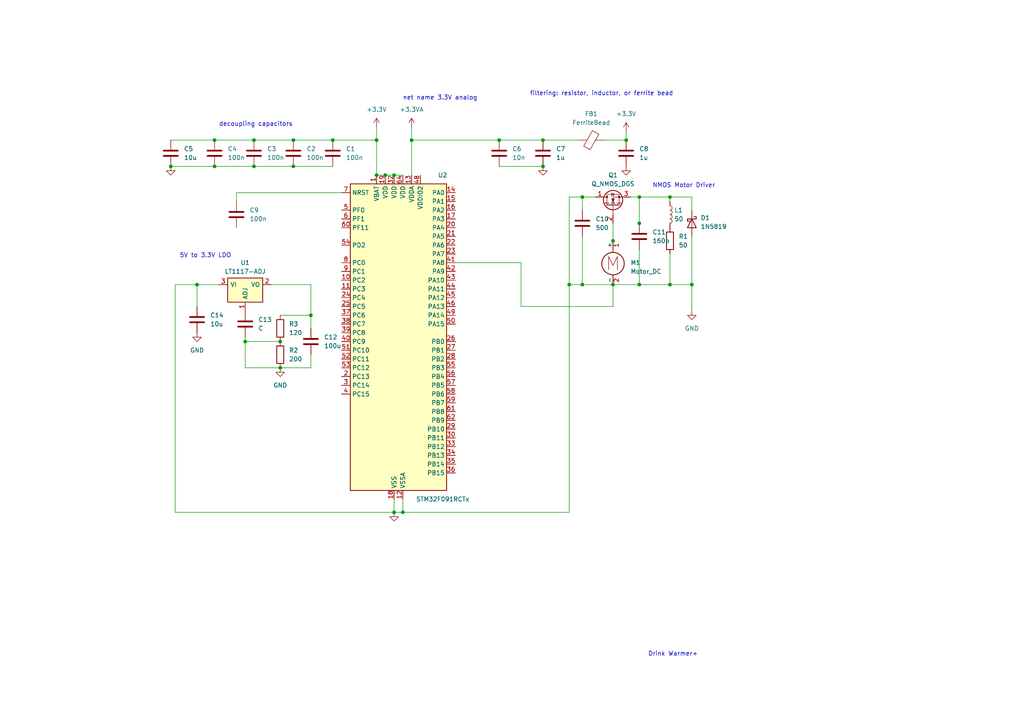
<source format=kicad_sch>
(kicad_sch (version 20230121) (generator eeschema)

  (uuid 2551367a-9b18-476a-8416-5b0fd930d26c)

  (paper "A4")

  (lib_symbols
    (symbol "Device:C" (pin_numbers hide) (pin_names (offset 0.254)) (in_bom yes) (on_board yes)
      (property "Reference" "C" (at 0.635 2.54 0)
        (effects (font (size 1.27 1.27)) (justify left))
      )
      (property "Value" "C" (at 0.635 -2.54 0)
        (effects (font (size 1.27 1.27)) (justify left))
      )
      (property "Footprint" "" (at 0.9652 -3.81 0)
        (effects (font (size 1.27 1.27)) hide)
      )
      (property "Datasheet" "~" (at 0 0 0)
        (effects (font (size 1.27 1.27)) hide)
      )
      (property "ki_keywords" "cap capacitor" (at 0 0 0)
        (effects (font (size 1.27 1.27)) hide)
      )
      (property "ki_description" "Unpolarized capacitor" (at 0 0 0)
        (effects (font (size 1.27 1.27)) hide)
      )
      (property "ki_fp_filters" "C_*" (at 0 0 0)
        (effects (font (size 1.27 1.27)) hide)
      )
      (symbol "C_0_1"
        (polyline
          (pts
            (xy -2.032 -0.762)
            (xy 2.032 -0.762)
          )
          (stroke (width 0.508) (type default))
          (fill (type none))
        )
        (polyline
          (pts
            (xy -2.032 0.762)
            (xy 2.032 0.762)
          )
          (stroke (width 0.508) (type default))
          (fill (type none))
        )
      )
      (symbol "C_1_1"
        (pin passive line (at 0 3.81 270) (length 2.794)
          (name "~" (effects (font (size 1.27 1.27))))
          (number "1" (effects (font (size 1.27 1.27))))
        )
        (pin passive line (at 0 -3.81 90) (length 2.794)
          (name "~" (effects (font (size 1.27 1.27))))
          (number "2" (effects (font (size 1.27 1.27))))
        )
      )
    )
    (symbol "Device:FerriteBead" (pin_numbers hide) (pin_names (offset 0)) (in_bom yes) (on_board yes)
      (property "Reference" "FB" (at -3.81 0.635 90)
        (effects (font (size 1.27 1.27)))
      )
      (property "Value" "FerriteBead" (at 3.81 0 90)
        (effects (font (size 1.27 1.27)))
      )
      (property "Footprint" "" (at -1.778 0 90)
        (effects (font (size 1.27 1.27)) hide)
      )
      (property "Datasheet" "~" (at 0 0 0)
        (effects (font (size 1.27 1.27)) hide)
      )
      (property "ki_keywords" "L ferrite bead inductor filter" (at 0 0 0)
        (effects (font (size 1.27 1.27)) hide)
      )
      (property "ki_description" "Ferrite bead" (at 0 0 0)
        (effects (font (size 1.27 1.27)) hide)
      )
      (property "ki_fp_filters" "Inductor_* L_* *Ferrite*" (at 0 0 0)
        (effects (font (size 1.27 1.27)) hide)
      )
      (symbol "FerriteBead_0_1"
        (polyline
          (pts
            (xy 0 -1.27)
            (xy 0 -1.2192)
          )
          (stroke (width 0) (type default))
          (fill (type none))
        )
        (polyline
          (pts
            (xy 0 1.27)
            (xy 0 1.2954)
          )
          (stroke (width 0) (type default))
          (fill (type none))
        )
        (polyline
          (pts
            (xy -2.7686 0.4064)
            (xy -1.7018 2.2606)
            (xy 2.7686 -0.3048)
            (xy 1.6764 -2.159)
            (xy -2.7686 0.4064)
          )
          (stroke (width 0) (type default))
          (fill (type none))
        )
      )
      (symbol "FerriteBead_1_1"
        (pin passive line (at 0 3.81 270) (length 2.54)
          (name "~" (effects (font (size 1.27 1.27))))
          (number "1" (effects (font (size 1.27 1.27))))
        )
        (pin passive line (at 0 -3.81 90) (length 2.54)
          (name "~" (effects (font (size 1.27 1.27))))
          (number "2" (effects (font (size 1.27 1.27))))
        )
      )
    )
    (symbol "Device:L" (pin_numbers hide) (pin_names (offset 1.016) hide) (in_bom yes) (on_board yes)
      (property "Reference" "L" (at -1.27 0 90)
        (effects (font (size 1.27 1.27)))
      )
      (property "Value" "L" (at 1.905 0 90)
        (effects (font (size 1.27 1.27)))
      )
      (property "Footprint" "" (at 0 0 0)
        (effects (font (size 1.27 1.27)) hide)
      )
      (property "Datasheet" "~" (at 0 0 0)
        (effects (font (size 1.27 1.27)) hide)
      )
      (property "ki_keywords" "inductor choke coil reactor magnetic" (at 0 0 0)
        (effects (font (size 1.27 1.27)) hide)
      )
      (property "ki_description" "Inductor" (at 0 0 0)
        (effects (font (size 1.27 1.27)) hide)
      )
      (property "ki_fp_filters" "Choke_* *Coil* Inductor_* L_*" (at 0 0 0)
        (effects (font (size 1.27 1.27)) hide)
      )
      (symbol "L_0_1"
        (arc (start 0 -2.54) (mid 0.6323 -1.905) (end 0 -1.27)
          (stroke (width 0) (type default))
          (fill (type none))
        )
        (arc (start 0 -1.27) (mid 0.6323 -0.635) (end 0 0)
          (stroke (width 0) (type default))
          (fill (type none))
        )
        (arc (start 0 0) (mid 0.6323 0.635) (end 0 1.27)
          (stroke (width 0) (type default))
          (fill (type none))
        )
        (arc (start 0 1.27) (mid 0.6323 1.905) (end 0 2.54)
          (stroke (width 0) (type default))
          (fill (type none))
        )
      )
      (symbol "L_1_1"
        (pin passive line (at 0 3.81 270) (length 1.27)
          (name "1" (effects (font (size 1.27 1.27))))
          (number "1" (effects (font (size 1.27 1.27))))
        )
        (pin passive line (at 0 -3.81 90) (length 1.27)
          (name "2" (effects (font (size 1.27 1.27))))
          (number "2" (effects (font (size 1.27 1.27))))
        )
      )
    )
    (symbol "Device:Q_NMOS_DGS" (pin_names (offset 0) hide) (in_bom yes) (on_board yes)
      (property "Reference" "Q" (at 5.08 1.27 0)
        (effects (font (size 1.27 1.27)) (justify left))
      )
      (property "Value" "Q_NMOS_DGS" (at 5.08 -1.27 0)
        (effects (font (size 1.27 1.27)) (justify left))
      )
      (property "Footprint" "" (at 5.08 2.54 0)
        (effects (font (size 1.27 1.27)) hide)
      )
      (property "Datasheet" "~" (at 0 0 0)
        (effects (font (size 1.27 1.27)) hide)
      )
      (property "ki_keywords" "transistor NMOS N-MOS N-MOSFET" (at 0 0 0)
        (effects (font (size 1.27 1.27)) hide)
      )
      (property "ki_description" "N-MOSFET transistor, drain/gate/source" (at 0 0 0)
        (effects (font (size 1.27 1.27)) hide)
      )
      (symbol "Q_NMOS_DGS_0_1"
        (polyline
          (pts
            (xy 0.254 0)
            (xy -2.54 0)
          )
          (stroke (width 0) (type default))
          (fill (type none))
        )
        (polyline
          (pts
            (xy 0.254 1.905)
            (xy 0.254 -1.905)
          )
          (stroke (width 0.254) (type default))
          (fill (type none))
        )
        (polyline
          (pts
            (xy 0.762 -1.27)
            (xy 0.762 -2.286)
          )
          (stroke (width 0.254) (type default))
          (fill (type none))
        )
        (polyline
          (pts
            (xy 0.762 0.508)
            (xy 0.762 -0.508)
          )
          (stroke (width 0.254) (type default))
          (fill (type none))
        )
        (polyline
          (pts
            (xy 0.762 2.286)
            (xy 0.762 1.27)
          )
          (stroke (width 0.254) (type default))
          (fill (type none))
        )
        (polyline
          (pts
            (xy 2.54 2.54)
            (xy 2.54 1.778)
          )
          (stroke (width 0) (type default))
          (fill (type none))
        )
        (polyline
          (pts
            (xy 2.54 -2.54)
            (xy 2.54 0)
            (xy 0.762 0)
          )
          (stroke (width 0) (type default))
          (fill (type none))
        )
        (polyline
          (pts
            (xy 0.762 -1.778)
            (xy 3.302 -1.778)
            (xy 3.302 1.778)
            (xy 0.762 1.778)
          )
          (stroke (width 0) (type default))
          (fill (type none))
        )
        (polyline
          (pts
            (xy 1.016 0)
            (xy 2.032 0.381)
            (xy 2.032 -0.381)
            (xy 1.016 0)
          )
          (stroke (width 0) (type default))
          (fill (type outline))
        )
        (polyline
          (pts
            (xy 2.794 0.508)
            (xy 2.921 0.381)
            (xy 3.683 0.381)
            (xy 3.81 0.254)
          )
          (stroke (width 0) (type default))
          (fill (type none))
        )
        (polyline
          (pts
            (xy 3.302 0.381)
            (xy 2.921 -0.254)
            (xy 3.683 -0.254)
            (xy 3.302 0.381)
          )
          (stroke (width 0) (type default))
          (fill (type none))
        )
        (circle (center 1.651 0) (radius 2.794)
          (stroke (width 0.254) (type default))
          (fill (type none))
        )
        (circle (center 2.54 -1.778) (radius 0.254)
          (stroke (width 0) (type default))
          (fill (type outline))
        )
        (circle (center 2.54 1.778) (radius 0.254)
          (stroke (width 0) (type default))
          (fill (type outline))
        )
      )
      (symbol "Q_NMOS_DGS_1_1"
        (pin passive line (at 2.54 5.08 270) (length 2.54)
          (name "D" (effects (font (size 1.27 1.27))))
          (number "1" (effects (font (size 1.27 1.27))))
        )
        (pin input line (at -5.08 0 0) (length 2.54)
          (name "G" (effects (font (size 1.27 1.27))))
          (number "2" (effects (font (size 1.27 1.27))))
        )
        (pin passive line (at 2.54 -5.08 90) (length 2.54)
          (name "S" (effects (font (size 1.27 1.27))))
          (number "3" (effects (font (size 1.27 1.27))))
        )
      )
    )
    (symbol "Device:R" (pin_numbers hide) (pin_names (offset 0)) (in_bom yes) (on_board yes)
      (property "Reference" "R" (at 2.032 0 90)
        (effects (font (size 1.27 1.27)))
      )
      (property "Value" "R" (at 0 0 90)
        (effects (font (size 1.27 1.27)))
      )
      (property "Footprint" "" (at -1.778 0 90)
        (effects (font (size 1.27 1.27)) hide)
      )
      (property "Datasheet" "~" (at 0 0 0)
        (effects (font (size 1.27 1.27)) hide)
      )
      (property "ki_keywords" "R res resistor" (at 0 0 0)
        (effects (font (size 1.27 1.27)) hide)
      )
      (property "ki_description" "Resistor" (at 0 0 0)
        (effects (font (size 1.27 1.27)) hide)
      )
      (property "ki_fp_filters" "R_*" (at 0 0 0)
        (effects (font (size 1.27 1.27)) hide)
      )
      (symbol "R_0_1"
        (rectangle (start -1.016 -2.54) (end 1.016 2.54)
          (stroke (width 0.254) (type default))
          (fill (type none))
        )
      )
      (symbol "R_1_1"
        (pin passive line (at 0 3.81 270) (length 1.27)
          (name "~" (effects (font (size 1.27 1.27))))
          (number "1" (effects (font (size 1.27 1.27))))
        )
        (pin passive line (at 0 -3.81 90) (length 1.27)
          (name "~" (effects (font (size 1.27 1.27))))
          (number "2" (effects (font (size 1.27 1.27))))
        )
      )
    )
    (symbol "Diode:1N5819" (pin_numbers hide) (pin_names (offset 1.016) hide) (in_bom yes) (on_board yes)
      (property "Reference" "D" (at 0 2.54 0)
        (effects (font (size 1.27 1.27)))
      )
      (property "Value" "1N5819" (at 0 -2.54 0)
        (effects (font (size 1.27 1.27)))
      )
      (property "Footprint" "Diode_THT:D_DO-41_SOD81_P10.16mm_Horizontal" (at 0 -4.445 0)
        (effects (font (size 1.27 1.27)) hide)
      )
      (property "Datasheet" "http://www.vishay.com/docs/88525/1n5817.pdf" (at 0 0 0)
        (effects (font (size 1.27 1.27)) hide)
      )
      (property "ki_keywords" "diode Schottky" (at 0 0 0)
        (effects (font (size 1.27 1.27)) hide)
      )
      (property "ki_description" "40V 1A Schottky Barrier Rectifier Diode, DO-41" (at 0 0 0)
        (effects (font (size 1.27 1.27)) hide)
      )
      (property "ki_fp_filters" "D*DO?41*" (at 0 0 0)
        (effects (font (size 1.27 1.27)) hide)
      )
      (symbol "1N5819_0_1"
        (polyline
          (pts
            (xy 1.27 0)
            (xy -1.27 0)
          )
          (stroke (width 0) (type default))
          (fill (type none))
        )
        (polyline
          (pts
            (xy 1.27 1.27)
            (xy 1.27 -1.27)
            (xy -1.27 0)
            (xy 1.27 1.27)
          )
          (stroke (width 0.254) (type default))
          (fill (type none))
        )
        (polyline
          (pts
            (xy -1.905 0.635)
            (xy -1.905 1.27)
            (xy -1.27 1.27)
            (xy -1.27 -1.27)
            (xy -0.635 -1.27)
            (xy -0.635 -0.635)
          )
          (stroke (width 0.254) (type default))
          (fill (type none))
        )
      )
      (symbol "1N5819_1_1"
        (pin passive line (at -3.81 0 0) (length 2.54)
          (name "K" (effects (font (size 1.27 1.27))))
          (number "1" (effects (font (size 1.27 1.27))))
        )
        (pin passive line (at 3.81 0 180) (length 2.54)
          (name "A" (effects (font (size 1.27 1.27))))
          (number "2" (effects (font (size 1.27 1.27))))
        )
      )
    )
    (symbol "MCU_ST_STM32F0:STM32F091RCTx" (in_bom yes) (on_board yes)
      (property "Reference" "U" (at -12.7 46.99 0)
        (effects (font (size 1.27 1.27)) (justify left))
      )
      (property "Value" "STM32F091RCTx" (at 10.16 46.99 0)
        (effects (font (size 1.27 1.27)) (justify left))
      )
      (property "Footprint" "Package_QFP:LQFP-64_10x10mm_P0.5mm" (at -12.7 -43.18 0)
        (effects (font (size 1.27 1.27)) (justify right) hide)
      )
      (property "Datasheet" "https://www.st.com/resource/en/datasheet/stm32f091rc.pdf" (at 0 0 0)
        (effects (font (size 1.27 1.27)) hide)
      )
      (property "ki_locked" "" (at 0 0 0)
        (effects (font (size 1.27 1.27)))
      )
      (property "ki_keywords" "Arm Cortex-M0 STM32F0 STM32F0x1" (at 0 0 0)
        (effects (font (size 1.27 1.27)) hide)
      )
      (property "ki_description" "STMicroelectronics Arm Cortex-M0 MCU, 256KB flash, 32KB RAM, 48 MHz, 2.0-3.6V, 52 GPIO, LQFP64" (at 0 0 0)
        (effects (font (size 1.27 1.27)) hide)
      )
      (property "ki_fp_filters" "LQFP*10x10mm*P0.5mm*" (at 0 0 0)
        (effects (font (size 1.27 1.27)) hide)
      )
      (symbol "STM32F091RCTx_0_1"
        (rectangle (start -12.7 -43.18) (end 15.24 45.72)
          (stroke (width 0.254) (type default))
          (fill (type background))
        )
      )
      (symbol "STM32F091RCTx_1_1"
        (pin power_in line (at -5.08 48.26 270) (length 2.54)
          (name "VBAT" (effects (font (size 1.27 1.27))))
          (number "1" (effects (font (size 1.27 1.27))))
        )
        (pin bidirectional line (at -15.24 17.78 0) (length 2.54)
          (name "PC2" (effects (font (size 1.27 1.27))))
          (number "10" (effects (font (size 1.27 1.27))))
          (alternate "ADC_IN12" bidirectional line)
          (alternate "I2S2_MCK" bidirectional line)
          (alternate "SPI2_MISO" bidirectional line)
          (alternate "USART8_TX" bidirectional line)
        )
        (pin bidirectional line (at -15.24 15.24 0) (length 2.54)
          (name "PC3" (effects (font (size 1.27 1.27))))
          (number "11" (effects (font (size 1.27 1.27))))
          (alternate "ADC_IN13" bidirectional line)
          (alternate "I2S2_SD" bidirectional line)
          (alternate "SPI2_MOSI" bidirectional line)
          (alternate "USART8_RX" bidirectional line)
        )
        (pin power_in line (at 2.54 -45.72 90) (length 2.54)
          (name "VSSA" (effects (font (size 1.27 1.27))))
          (number "12" (effects (font (size 1.27 1.27))))
        )
        (pin power_in line (at 5.08 48.26 270) (length 2.54)
          (name "VDDA" (effects (font (size 1.27 1.27))))
          (number "13" (effects (font (size 1.27 1.27))))
        )
        (pin bidirectional line (at 17.78 43.18 180) (length 2.54)
          (name "PA0" (effects (font (size 1.27 1.27))))
          (number "14" (effects (font (size 1.27 1.27))))
          (alternate "ADC_IN0" bidirectional line)
          (alternate "COMP1_INM" bidirectional line)
          (alternate "COMP1_OUT" bidirectional line)
          (alternate "RTC_TAMP2" bidirectional line)
          (alternate "SYS_WKUP1" bidirectional line)
          (alternate "TIM2_CH1" bidirectional line)
          (alternate "TIM2_ETR" bidirectional line)
          (alternate "TSC_G1_IO1" bidirectional line)
          (alternate "USART2_CTS" bidirectional line)
          (alternate "USART4_TX" bidirectional line)
        )
        (pin bidirectional line (at 17.78 40.64 180) (length 2.54)
          (name "PA1" (effects (font (size 1.27 1.27))))
          (number "15" (effects (font (size 1.27 1.27))))
          (alternate "ADC_IN1" bidirectional line)
          (alternate "COMP1_INP" bidirectional line)
          (alternate "TIM15_CH1N" bidirectional line)
          (alternate "TIM2_CH2" bidirectional line)
          (alternate "TSC_G1_IO2" bidirectional line)
          (alternate "USART2_DE" bidirectional line)
          (alternate "USART2_RTS" bidirectional line)
          (alternate "USART4_RX" bidirectional line)
        )
        (pin bidirectional line (at 17.78 38.1 180) (length 2.54)
          (name "PA2" (effects (font (size 1.27 1.27))))
          (number "16" (effects (font (size 1.27 1.27))))
          (alternate "ADC_IN2" bidirectional line)
          (alternate "COMP2_INM" bidirectional line)
          (alternate "COMP2_OUT" bidirectional line)
          (alternate "SYS_WKUP4" bidirectional line)
          (alternate "TIM15_CH1" bidirectional line)
          (alternate "TIM2_CH3" bidirectional line)
          (alternate "TSC_G1_IO3" bidirectional line)
          (alternate "USART2_TX" bidirectional line)
        )
        (pin bidirectional line (at 17.78 35.56 180) (length 2.54)
          (name "PA3" (effects (font (size 1.27 1.27))))
          (number "17" (effects (font (size 1.27 1.27))))
          (alternate "ADC_IN3" bidirectional line)
          (alternate "COMP2_INP" bidirectional line)
          (alternate "TIM15_CH2" bidirectional line)
          (alternate "TIM2_CH4" bidirectional line)
          (alternate "TSC_G1_IO4" bidirectional line)
          (alternate "USART2_RX" bidirectional line)
        )
        (pin power_in line (at 0 -45.72 90) (length 2.54)
          (name "VSS" (effects (font (size 1.27 1.27))))
          (number "18" (effects (font (size 1.27 1.27))))
        )
        (pin power_in line (at -2.54 48.26 270) (length 2.54)
          (name "VDD" (effects (font (size 1.27 1.27))))
          (number "19" (effects (font (size 1.27 1.27))))
        )
        (pin bidirectional line (at -15.24 -10.16 0) (length 2.54)
          (name "PC13" (effects (font (size 1.27 1.27))))
          (number "2" (effects (font (size 1.27 1.27))))
          (alternate "RTC_OUT_ALARM" bidirectional line)
          (alternate "RTC_OUT_CALIB" bidirectional line)
          (alternate "RTC_TAMP1" bidirectional line)
          (alternate "RTC_TS" bidirectional line)
          (alternate "SYS_WKUP2" bidirectional line)
        )
        (pin bidirectional line (at 17.78 33.02 180) (length 2.54)
          (name "PA4" (effects (font (size 1.27 1.27))))
          (number "20" (effects (font (size 1.27 1.27))))
          (alternate "ADC_IN4" bidirectional line)
          (alternate "COMP1_INM" bidirectional line)
          (alternate "COMP2_INM" bidirectional line)
          (alternate "DAC_OUT1" bidirectional line)
          (alternate "I2S1_WS" bidirectional line)
          (alternate "SPI1_NSS" bidirectional line)
          (alternate "TIM14_CH1" bidirectional line)
          (alternate "TSC_G2_IO1" bidirectional line)
          (alternate "USART2_CK" bidirectional line)
          (alternate "USART6_TX" bidirectional line)
        )
        (pin bidirectional line (at 17.78 30.48 180) (length 2.54)
          (name "PA5" (effects (font (size 1.27 1.27))))
          (number "21" (effects (font (size 1.27 1.27))))
          (alternate "ADC_IN5" bidirectional line)
          (alternate "CEC" bidirectional line)
          (alternate "COMP1_INM" bidirectional line)
          (alternate "COMP2_INM" bidirectional line)
          (alternate "DAC_OUT2" bidirectional line)
          (alternate "I2S1_CK" bidirectional line)
          (alternate "SPI1_SCK" bidirectional line)
          (alternate "TIM2_CH1" bidirectional line)
          (alternate "TIM2_ETR" bidirectional line)
          (alternate "TSC_G2_IO2" bidirectional line)
          (alternate "USART6_RX" bidirectional line)
        )
        (pin bidirectional line (at 17.78 27.94 180) (length 2.54)
          (name "PA6" (effects (font (size 1.27 1.27))))
          (number "22" (effects (font (size 1.27 1.27))))
          (alternate "ADC_IN6" bidirectional line)
          (alternate "COMP1_OUT" bidirectional line)
          (alternate "I2S1_MCK" bidirectional line)
          (alternate "SPI1_MISO" bidirectional line)
          (alternate "TIM16_CH1" bidirectional line)
          (alternate "TIM1_BKIN" bidirectional line)
          (alternate "TIM3_CH1" bidirectional line)
          (alternate "TSC_G2_IO3" bidirectional line)
          (alternate "USART3_CTS" bidirectional line)
        )
        (pin bidirectional line (at 17.78 25.4 180) (length 2.54)
          (name "PA7" (effects (font (size 1.27 1.27))))
          (number "23" (effects (font (size 1.27 1.27))))
          (alternate "ADC_IN7" bidirectional line)
          (alternate "COMP2_OUT" bidirectional line)
          (alternate "I2S1_SD" bidirectional line)
          (alternate "SPI1_MOSI" bidirectional line)
          (alternate "TIM14_CH1" bidirectional line)
          (alternate "TIM17_CH1" bidirectional line)
          (alternate "TIM1_CH1N" bidirectional line)
          (alternate "TIM3_CH2" bidirectional line)
          (alternate "TSC_G2_IO4" bidirectional line)
        )
        (pin bidirectional line (at -15.24 12.7 0) (length 2.54)
          (name "PC4" (effects (font (size 1.27 1.27))))
          (number "24" (effects (font (size 1.27 1.27))))
          (alternate "ADC_IN14" bidirectional line)
          (alternate "USART3_TX" bidirectional line)
        )
        (pin bidirectional line (at -15.24 10.16 0) (length 2.54)
          (name "PC5" (effects (font (size 1.27 1.27))))
          (number "25" (effects (font (size 1.27 1.27))))
          (alternate "ADC_IN15" bidirectional line)
          (alternate "SYS_WKUP5" bidirectional line)
          (alternate "TSC_G3_IO1" bidirectional line)
          (alternate "USART3_RX" bidirectional line)
        )
        (pin bidirectional line (at 17.78 0 180) (length 2.54)
          (name "PB0" (effects (font (size 1.27 1.27))))
          (number "26" (effects (font (size 1.27 1.27))))
          (alternate "ADC_IN8" bidirectional line)
          (alternate "TIM1_CH2N" bidirectional line)
          (alternate "TIM3_CH3" bidirectional line)
          (alternate "TSC_G3_IO2" bidirectional line)
          (alternate "USART3_CK" bidirectional line)
        )
        (pin bidirectional line (at 17.78 -2.54 180) (length 2.54)
          (name "PB1" (effects (font (size 1.27 1.27))))
          (number "27" (effects (font (size 1.27 1.27))))
          (alternate "ADC_IN9" bidirectional line)
          (alternate "TIM14_CH1" bidirectional line)
          (alternate "TIM1_CH3N" bidirectional line)
          (alternate "TIM3_CH4" bidirectional line)
          (alternate "TSC_G3_IO3" bidirectional line)
          (alternate "USART3_DE" bidirectional line)
          (alternate "USART3_RTS" bidirectional line)
        )
        (pin bidirectional line (at 17.78 -5.08 180) (length 2.54)
          (name "PB2" (effects (font (size 1.27 1.27))))
          (number "28" (effects (font (size 1.27 1.27))))
          (alternate "TSC_G3_IO4" bidirectional line)
        )
        (pin bidirectional line (at 17.78 -25.4 180) (length 2.54)
          (name "PB10" (effects (font (size 1.27 1.27))))
          (number "29" (effects (font (size 1.27 1.27))))
          (alternate "CEC" bidirectional line)
          (alternate "I2C2_SCL" bidirectional line)
          (alternate "I2S2_CK" bidirectional line)
          (alternate "SPI2_SCK" bidirectional line)
          (alternate "TIM2_CH3" bidirectional line)
          (alternate "TSC_SYNC" bidirectional line)
          (alternate "USART3_TX" bidirectional line)
        )
        (pin bidirectional line (at -15.24 -12.7 0) (length 2.54)
          (name "PC14" (effects (font (size 1.27 1.27))))
          (number "3" (effects (font (size 1.27 1.27))))
          (alternate "RCC_OSC32_IN" bidirectional line)
        )
        (pin bidirectional line (at 17.78 -27.94 180) (length 2.54)
          (name "PB11" (effects (font (size 1.27 1.27))))
          (number "30" (effects (font (size 1.27 1.27))))
          (alternate "I2C2_SDA" bidirectional line)
          (alternate "TIM2_CH4" bidirectional line)
          (alternate "TSC_G6_IO1" bidirectional line)
          (alternate "USART3_RX" bidirectional line)
        )
        (pin passive line (at 0 -45.72 90) (length 2.54) hide
          (name "VSS" (effects (font (size 1.27 1.27))))
          (number "31" (effects (font (size 1.27 1.27))))
        )
        (pin power_in line (at 0 48.26 270) (length 2.54)
          (name "VDD" (effects (font (size 1.27 1.27))))
          (number "32" (effects (font (size 1.27 1.27))))
        )
        (pin bidirectional line (at 17.78 -30.48 180) (length 2.54)
          (name "PB12" (effects (font (size 1.27 1.27))))
          (number "33" (effects (font (size 1.27 1.27))))
          (alternate "I2S2_WS" bidirectional line)
          (alternate "SPI2_NSS" bidirectional line)
          (alternate "TIM15_BKIN" bidirectional line)
          (alternate "TIM1_BKIN" bidirectional line)
          (alternate "TSC_G6_IO2" bidirectional line)
          (alternate "USART3_CK" bidirectional line)
        )
        (pin bidirectional line (at 17.78 -33.02 180) (length 2.54)
          (name "PB13" (effects (font (size 1.27 1.27))))
          (number "34" (effects (font (size 1.27 1.27))))
          (alternate "I2C2_SCL" bidirectional line)
          (alternate "I2S2_CK" bidirectional line)
          (alternate "SPI2_SCK" bidirectional line)
          (alternate "TIM1_CH1N" bidirectional line)
          (alternate "TSC_G6_IO3" bidirectional line)
          (alternate "USART3_CTS" bidirectional line)
        )
        (pin bidirectional line (at 17.78 -35.56 180) (length 2.54)
          (name "PB14" (effects (font (size 1.27 1.27))))
          (number "35" (effects (font (size 1.27 1.27))))
          (alternate "I2C2_SDA" bidirectional line)
          (alternate "I2S2_MCK" bidirectional line)
          (alternate "SPI2_MISO" bidirectional line)
          (alternate "TIM15_CH1" bidirectional line)
          (alternate "TIM1_CH2N" bidirectional line)
          (alternate "TSC_G6_IO4" bidirectional line)
          (alternate "USART3_DE" bidirectional line)
          (alternate "USART3_RTS" bidirectional line)
        )
        (pin bidirectional line (at 17.78 -38.1 180) (length 2.54)
          (name "PB15" (effects (font (size 1.27 1.27))))
          (number "36" (effects (font (size 1.27 1.27))))
          (alternate "I2S2_SD" bidirectional line)
          (alternate "RTC_REFIN" bidirectional line)
          (alternate "SPI2_MOSI" bidirectional line)
          (alternate "SYS_WKUP7" bidirectional line)
          (alternate "TIM15_CH1N" bidirectional line)
          (alternate "TIM15_CH2" bidirectional line)
          (alternate "TIM1_CH3N" bidirectional line)
        )
        (pin bidirectional line (at -15.24 7.62 0) (length 2.54)
          (name "PC6" (effects (font (size 1.27 1.27))))
          (number "37" (effects (font (size 1.27 1.27))))
          (alternate "TIM3_CH1" bidirectional line)
          (alternate "USART7_TX" bidirectional line)
        )
        (pin bidirectional line (at -15.24 5.08 0) (length 2.54)
          (name "PC7" (effects (font (size 1.27 1.27))))
          (number "38" (effects (font (size 1.27 1.27))))
          (alternate "TIM3_CH2" bidirectional line)
          (alternate "USART7_RX" bidirectional line)
        )
        (pin bidirectional line (at -15.24 2.54 0) (length 2.54)
          (name "PC8" (effects (font (size 1.27 1.27))))
          (number "39" (effects (font (size 1.27 1.27))))
          (alternate "TIM3_CH3" bidirectional line)
          (alternate "USART8_TX" bidirectional line)
        )
        (pin bidirectional line (at -15.24 -15.24 0) (length 2.54)
          (name "PC15" (effects (font (size 1.27 1.27))))
          (number "4" (effects (font (size 1.27 1.27))))
          (alternate "RCC_OSC32_OUT" bidirectional line)
        )
        (pin bidirectional line (at -15.24 0 0) (length 2.54)
          (name "PC9" (effects (font (size 1.27 1.27))))
          (number "40" (effects (font (size 1.27 1.27))))
          (alternate "DAC_EXTI9" bidirectional line)
          (alternate "TIM3_CH4" bidirectional line)
          (alternate "USART8_RX" bidirectional line)
        )
        (pin bidirectional line (at 17.78 22.86 180) (length 2.54)
          (name "PA8" (effects (font (size 1.27 1.27))))
          (number "41" (effects (font (size 1.27 1.27))))
          (alternate "CRS_SYNC" bidirectional line)
          (alternate "RCC_MCO" bidirectional line)
          (alternate "TIM1_CH1" bidirectional line)
          (alternate "USART1_CK" bidirectional line)
        )
        (pin bidirectional line (at 17.78 20.32 180) (length 2.54)
          (name "PA9" (effects (font (size 1.27 1.27))))
          (number "42" (effects (font (size 1.27 1.27))))
          (alternate "DAC_EXTI9" bidirectional line)
          (alternate "I2C1_SCL" bidirectional line)
          (alternate "RCC_MCO" bidirectional line)
          (alternate "TIM15_BKIN" bidirectional line)
          (alternate "TIM1_CH2" bidirectional line)
          (alternate "TSC_G4_IO1" bidirectional line)
          (alternate "USART1_TX" bidirectional line)
        )
        (pin bidirectional line (at 17.78 17.78 180) (length 2.54)
          (name "PA10" (effects (font (size 1.27 1.27))))
          (number "43" (effects (font (size 1.27 1.27))))
          (alternate "I2C1_SDA" bidirectional line)
          (alternate "TIM17_BKIN" bidirectional line)
          (alternate "TIM1_CH3" bidirectional line)
          (alternate "TSC_G4_IO2" bidirectional line)
          (alternate "USART1_RX" bidirectional line)
        )
        (pin bidirectional line (at 17.78 15.24 180) (length 2.54)
          (name "PA11" (effects (font (size 1.27 1.27))))
          (number "44" (effects (font (size 1.27 1.27))))
          (alternate "CAN_RX" bidirectional line)
          (alternate "COMP1_OUT" bidirectional line)
          (alternate "I2C2_SCL" bidirectional line)
          (alternate "TIM1_CH4" bidirectional line)
          (alternate "TSC_G4_IO3" bidirectional line)
          (alternate "USART1_CTS" bidirectional line)
        )
        (pin bidirectional line (at 17.78 12.7 180) (length 2.54)
          (name "PA12" (effects (font (size 1.27 1.27))))
          (number "45" (effects (font (size 1.27 1.27))))
          (alternate "CAN_TX" bidirectional line)
          (alternate "COMP2_OUT" bidirectional line)
          (alternate "I2C2_SDA" bidirectional line)
          (alternate "TIM1_ETR" bidirectional line)
          (alternate "TSC_G4_IO4" bidirectional line)
          (alternate "USART1_DE" bidirectional line)
          (alternate "USART1_RTS" bidirectional line)
        )
        (pin bidirectional line (at 17.78 10.16 180) (length 2.54)
          (name "PA13" (effects (font (size 1.27 1.27))))
          (number "46" (effects (font (size 1.27 1.27))))
          (alternate "IR_OUT" bidirectional line)
          (alternate "SYS_SWDIO" bidirectional line)
        )
        (pin passive line (at 0 -45.72 90) (length 2.54) hide
          (name "VSS" (effects (font (size 1.27 1.27))))
          (number "47" (effects (font (size 1.27 1.27))))
        )
        (pin power_in line (at 7.62 48.26 270) (length 2.54)
          (name "VDDIO2" (effects (font (size 1.27 1.27))))
          (number "48" (effects (font (size 1.27 1.27))))
        )
        (pin bidirectional line (at 17.78 7.62 180) (length 2.54)
          (name "PA14" (effects (font (size 1.27 1.27))))
          (number "49" (effects (font (size 1.27 1.27))))
          (alternate "SYS_SWCLK" bidirectional line)
          (alternate "USART2_TX" bidirectional line)
        )
        (pin bidirectional line (at -15.24 38.1 0) (length 2.54)
          (name "PF0" (effects (font (size 1.27 1.27))))
          (number "5" (effects (font (size 1.27 1.27))))
          (alternate "CRS_SYNC" bidirectional line)
          (alternate "I2C1_SDA" bidirectional line)
          (alternate "RCC_OSC_IN" bidirectional line)
        )
        (pin bidirectional line (at 17.78 5.08 180) (length 2.54)
          (name "PA15" (effects (font (size 1.27 1.27))))
          (number "50" (effects (font (size 1.27 1.27))))
          (alternate "I2S1_WS" bidirectional line)
          (alternate "SPI1_NSS" bidirectional line)
          (alternate "TIM2_CH1" bidirectional line)
          (alternate "TIM2_ETR" bidirectional line)
          (alternate "USART2_RX" bidirectional line)
          (alternate "USART4_DE" bidirectional line)
          (alternate "USART4_RTS" bidirectional line)
        )
        (pin bidirectional line (at -15.24 -2.54 0) (length 2.54)
          (name "PC10" (effects (font (size 1.27 1.27))))
          (number "51" (effects (font (size 1.27 1.27))))
          (alternate "USART3_TX" bidirectional line)
          (alternate "USART4_TX" bidirectional line)
        )
        (pin bidirectional line (at -15.24 -5.08 0) (length 2.54)
          (name "PC11" (effects (font (size 1.27 1.27))))
          (number "52" (effects (font (size 1.27 1.27))))
          (alternate "USART3_RX" bidirectional line)
          (alternate "USART4_RX" bidirectional line)
        )
        (pin bidirectional line (at -15.24 -7.62 0) (length 2.54)
          (name "PC12" (effects (font (size 1.27 1.27))))
          (number "53" (effects (font (size 1.27 1.27))))
          (alternate "USART3_CK" bidirectional line)
          (alternate "USART4_CK" bidirectional line)
          (alternate "USART5_TX" bidirectional line)
        )
        (pin bidirectional line (at -15.24 27.94 0) (length 2.54)
          (name "PD2" (effects (font (size 1.27 1.27))))
          (number "54" (effects (font (size 1.27 1.27))))
          (alternate "TIM3_ETR" bidirectional line)
          (alternate "USART3_DE" bidirectional line)
          (alternate "USART3_RTS" bidirectional line)
          (alternate "USART5_RX" bidirectional line)
        )
        (pin bidirectional line (at 17.78 -7.62 180) (length 2.54)
          (name "PB3" (effects (font (size 1.27 1.27))))
          (number "55" (effects (font (size 1.27 1.27))))
          (alternate "I2S1_CK" bidirectional line)
          (alternate "SPI1_SCK" bidirectional line)
          (alternate "TIM2_CH2" bidirectional line)
          (alternate "TSC_G5_IO1" bidirectional line)
          (alternate "USART5_TX" bidirectional line)
        )
        (pin bidirectional line (at 17.78 -10.16 180) (length 2.54)
          (name "PB4" (effects (font (size 1.27 1.27))))
          (number "56" (effects (font (size 1.27 1.27))))
          (alternate "I2S1_MCK" bidirectional line)
          (alternate "SPI1_MISO" bidirectional line)
          (alternate "TIM17_BKIN" bidirectional line)
          (alternate "TIM3_CH1" bidirectional line)
          (alternate "TSC_G5_IO2" bidirectional line)
          (alternate "USART5_RX" bidirectional line)
        )
        (pin bidirectional line (at 17.78 -12.7 180) (length 2.54)
          (name "PB5" (effects (font (size 1.27 1.27))))
          (number "57" (effects (font (size 1.27 1.27))))
          (alternate "I2C1_SMBA" bidirectional line)
          (alternate "I2S1_SD" bidirectional line)
          (alternate "SPI1_MOSI" bidirectional line)
          (alternate "SYS_WKUP6" bidirectional line)
          (alternate "TIM16_BKIN" bidirectional line)
          (alternate "TIM3_CH2" bidirectional line)
          (alternate "USART5_CK" bidirectional line)
          (alternate "USART5_DE" bidirectional line)
          (alternate "USART5_RTS" bidirectional line)
        )
        (pin bidirectional line (at 17.78 -15.24 180) (length 2.54)
          (name "PB6" (effects (font (size 1.27 1.27))))
          (number "58" (effects (font (size 1.27 1.27))))
          (alternate "I2C1_SCL" bidirectional line)
          (alternate "TIM16_CH1N" bidirectional line)
          (alternate "TSC_G5_IO3" bidirectional line)
          (alternate "USART1_TX" bidirectional line)
        )
        (pin bidirectional line (at 17.78 -17.78 180) (length 2.54)
          (name "PB7" (effects (font (size 1.27 1.27))))
          (number "59" (effects (font (size 1.27 1.27))))
          (alternate "I2C1_SDA" bidirectional line)
          (alternate "TIM17_CH1N" bidirectional line)
          (alternate "TSC_G5_IO4" bidirectional line)
          (alternate "USART1_RX" bidirectional line)
          (alternate "USART4_CTS" bidirectional line)
        )
        (pin bidirectional line (at -15.24 35.56 0) (length 2.54)
          (name "PF1" (effects (font (size 1.27 1.27))))
          (number "6" (effects (font (size 1.27 1.27))))
          (alternate "I2C1_SCL" bidirectional line)
          (alternate "RCC_OSC_OUT" bidirectional line)
        )
        (pin bidirectional line (at -15.24 33.02 0) (length 2.54)
          (name "PF11" (effects (font (size 1.27 1.27))))
          (number "60" (effects (font (size 1.27 1.27))))
        )
        (pin bidirectional line (at 17.78 -20.32 180) (length 2.54)
          (name "PB8" (effects (font (size 1.27 1.27))))
          (number "61" (effects (font (size 1.27 1.27))))
          (alternate "CAN_RX" bidirectional line)
          (alternate "CEC" bidirectional line)
          (alternate "I2C1_SCL" bidirectional line)
          (alternate "TIM16_CH1" bidirectional line)
          (alternate "TSC_SYNC" bidirectional line)
        )
        (pin bidirectional line (at 17.78 -22.86 180) (length 2.54)
          (name "PB9" (effects (font (size 1.27 1.27))))
          (number "62" (effects (font (size 1.27 1.27))))
          (alternate "CAN_TX" bidirectional line)
          (alternate "DAC_EXTI9" bidirectional line)
          (alternate "I2C1_SDA" bidirectional line)
          (alternate "I2S2_WS" bidirectional line)
          (alternate "IR_OUT" bidirectional line)
          (alternate "SPI2_NSS" bidirectional line)
          (alternate "TIM17_CH1" bidirectional line)
        )
        (pin passive line (at 0 -45.72 90) (length 2.54) hide
          (name "VSS" (effects (font (size 1.27 1.27))))
          (number "63" (effects (font (size 1.27 1.27))))
        )
        (pin power_in line (at 2.54 48.26 270) (length 2.54)
          (name "VDD" (effects (font (size 1.27 1.27))))
          (number "64" (effects (font (size 1.27 1.27))))
        )
        (pin input line (at -15.24 43.18 0) (length 2.54)
          (name "NRST" (effects (font (size 1.27 1.27))))
          (number "7" (effects (font (size 1.27 1.27))))
        )
        (pin bidirectional line (at -15.24 22.86 0) (length 2.54)
          (name "PC0" (effects (font (size 1.27 1.27))))
          (number "8" (effects (font (size 1.27 1.27))))
          (alternate "ADC_IN10" bidirectional line)
          (alternate "USART6_TX" bidirectional line)
          (alternate "USART7_TX" bidirectional line)
        )
        (pin bidirectional line (at -15.24 20.32 0) (length 2.54)
          (name "PC1" (effects (font (size 1.27 1.27))))
          (number "9" (effects (font (size 1.27 1.27))))
          (alternate "ADC_IN11" bidirectional line)
          (alternate "USART6_RX" bidirectional line)
          (alternate "USART7_RX" bidirectional line)
        )
      )
    )
    (symbol "Motor:Motor_DC" (pin_names (offset 0)) (in_bom yes) (on_board yes)
      (property "Reference" "M" (at 2.54 2.54 0)
        (effects (font (size 1.27 1.27)) (justify left))
      )
      (property "Value" "Motor_DC" (at 2.54 -5.08 0)
        (effects (font (size 1.27 1.27)) (justify left top))
      )
      (property "Footprint" "" (at 0 -2.286 0)
        (effects (font (size 1.27 1.27)) hide)
      )
      (property "Datasheet" "~" (at 0 -2.286 0)
        (effects (font (size 1.27 1.27)) hide)
      )
      (property "ki_keywords" "DC Motor" (at 0 0 0)
        (effects (font (size 1.27 1.27)) hide)
      )
      (property "ki_description" "DC Motor" (at 0 0 0)
        (effects (font (size 1.27 1.27)) hide)
      )
      (property "ki_fp_filters" "PinHeader*P2.54mm* TerminalBlock*" (at 0 0 0)
        (effects (font (size 1.27 1.27)) hide)
      )
      (symbol "Motor_DC_0_0"
        (polyline
          (pts
            (xy -1.27 -3.302)
            (xy -1.27 0.508)
            (xy 0 -2.032)
            (xy 1.27 0.508)
            (xy 1.27 -3.302)
          )
          (stroke (width 0) (type default))
          (fill (type none))
        )
      )
      (symbol "Motor_DC_0_1"
        (circle (center 0 -1.524) (radius 3.2512)
          (stroke (width 0.254) (type default))
          (fill (type none))
        )
        (polyline
          (pts
            (xy 0 -7.62)
            (xy 0 -7.112)
          )
          (stroke (width 0) (type default))
          (fill (type none))
        )
        (polyline
          (pts
            (xy 0 -4.7752)
            (xy 0 -5.1816)
          )
          (stroke (width 0) (type default))
          (fill (type none))
        )
        (polyline
          (pts
            (xy 0 1.7272)
            (xy 0 2.0828)
          )
          (stroke (width 0) (type default))
          (fill (type none))
        )
        (polyline
          (pts
            (xy 0 2.032)
            (xy 0 2.54)
          )
          (stroke (width 0) (type default))
          (fill (type none))
        )
      )
      (symbol "Motor_DC_1_1"
        (pin passive line (at 0 5.08 270) (length 2.54)
          (name "+" (effects (font (size 1.27 1.27))))
          (number "1" (effects (font (size 1.27 1.27))))
        )
        (pin passive line (at 0 -7.62 90) (length 2.54)
          (name "-" (effects (font (size 1.27 1.27))))
          (number "2" (effects (font (size 1.27 1.27))))
        )
      )
    )
    (symbol "Regulator_Linear:LT1117-ADJ" (pin_names (offset 0.762)) (in_bom yes) (on_board yes)
      (property "Reference" "U" (at -3.81 3.175 0)
        (effects (font (size 1.27 1.27)))
      )
      (property "Value" "LT1117-ADJ" (at 0 3.175 0)
        (effects (font (size 1.27 1.27)) (justify left))
      )
      (property "Footprint" "" (at 0 0 0)
        (effects (font (size 1.27 1.27)) hide)
      )
      (property "Datasheet" "https://www.analog.com/media/en/technical-documentation/data-sheets/1117fd.pdf" (at 0 0 0)
        (effects (font (size 1.27 1.27)) hide)
      )
      (property "ki_keywords" "linear regulator ldo adjustable positive" (at 0 0 0)
        (effects (font (size 1.27 1.27)) hide)
      )
      (property "ki_description" "800mA Low-Dropout Linear Regulator, adjustable output, SOT-223/TO-263" (at 0 0 0)
        (effects (font (size 1.27 1.27)) hide)
      )
      (property "ki_fp_filters" "SOT?223* TO?263*" (at 0 0 0)
        (effects (font (size 1.27 1.27)) hide)
      )
      (symbol "LT1117-ADJ_0_1"
        (rectangle (start -5.08 -5.08) (end 5.08 1.905)
          (stroke (width 0.254) (type default))
          (fill (type background))
        )
      )
      (symbol "LT1117-ADJ_1_1"
        (pin input line (at 0 -7.62 90) (length 2.54)
          (name "ADJ" (effects (font (size 1.27 1.27))))
          (number "1" (effects (font (size 1.27 1.27))))
        )
        (pin power_out line (at 7.62 0 180) (length 2.54)
          (name "VO" (effects (font (size 1.27 1.27))))
          (number "2" (effects (font (size 1.27 1.27))))
        )
        (pin power_in line (at -7.62 0 0) (length 2.54)
          (name "VI" (effects (font (size 1.27 1.27))))
          (number "3" (effects (font (size 1.27 1.27))))
        )
      )
    )
    (symbol "power:+3.3V" (power) (pin_names (offset 0)) (in_bom yes) (on_board yes)
      (property "Reference" "#PWR" (at 0 -3.81 0)
        (effects (font (size 1.27 1.27)) hide)
      )
      (property "Value" "+3.3V" (at 0 3.556 0)
        (effects (font (size 1.27 1.27)))
      )
      (property "Footprint" "" (at 0 0 0)
        (effects (font (size 1.27 1.27)) hide)
      )
      (property "Datasheet" "" (at 0 0 0)
        (effects (font (size 1.27 1.27)) hide)
      )
      (property "ki_keywords" "global power" (at 0 0 0)
        (effects (font (size 1.27 1.27)) hide)
      )
      (property "ki_description" "Power symbol creates a global label with name \"+3.3V\"" (at 0 0 0)
        (effects (font (size 1.27 1.27)) hide)
      )
      (symbol "+3.3V_0_1"
        (polyline
          (pts
            (xy -0.762 1.27)
            (xy 0 2.54)
          )
          (stroke (width 0) (type default))
          (fill (type none))
        )
        (polyline
          (pts
            (xy 0 0)
            (xy 0 2.54)
          )
          (stroke (width 0) (type default))
          (fill (type none))
        )
        (polyline
          (pts
            (xy 0 2.54)
            (xy 0.762 1.27)
          )
          (stroke (width 0) (type default))
          (fill (type none))
        )
      )
      (symbol "+3.3V_1_1"
        (pin power_in line (at 0 0 90) (length 0) hide
          (name "+3.3V" (effects (font (size 1.27 1.27))))
          (number "1" (effects (font (size 1.27 1.27))))
        )
      )
    )
    (symbol "power:+3.3VA" (power) (pin_names (offset 0)) (in_bom yes) (on_board yes)
      (property "Reference" "#PWR" (at 0 -3.81 0)
        (effects (font (size 1.27 1.27)) hide)
      )
      (property "Value" "+3.3VA" (at 0 3.556 0)
        (effects (font (size 1.27 1.27)))
      )
      (property "Footprint" "" (at 0 0 0)
        (effects (font (size 1.27 1.27)) hide)
      )
      (property "Datasheet" "" (at 0 0 0)
        (effects (font (size 1.27 1.27)) hide)
      )
      (property "ki_keywords" "global power" (at 0 0 0)
        (effects (font (size 1.27 1.27)) hide)
      )
      (property "ki_description" "Power symbol creates a global label with name \"+3.3VA\"" (at 0 0 0)
        (effects (font (size 1.27 1.27)) hide)
      )
      (symbol "+3.3VA_0_1"
        (polyline
          (pts
            (xy -0.762 1.27)
            (xy 0 2.54)
          )
          (stroke (width 0) (type default))
          (fill (type none))
        )
        (polyline
          (pts
            (xy 0 0)
            (xy 0 2.54)
          )
          (stroke (width 0) (type default))
          (fill (type none))
        )
        (polyline
          (pts
            (xy 0 2.54)
            (xy 0.762 1.27)
          )
          (stroke (width 0) (type default))
          (fill (type none))
        )
      )
      (symbol "+3.3VA_1_1"
        (pin power_in line (at 0 0 90) (length 0) hide
          (name "+3.3VA" (effects (font (size 1.27 1.27))))
          (number "1" (effects (font (size 1.27 1.27))))
        )
      )
    )
    (symbol "power:GND" (power) (pin_names (offset 0)) (in_bom yes) (on_board yes)
      (property "Reference" "#PWR" (at 0 -6.35 0)
        (effects (font (size 1.27 1.27)) hide)
      )
      (property "Value" "GND" (at 0 -3.81 0)
        (effects (font (size 1.27 1.27)))
      )
      (property "Footprint" "" (at 0 0 0)
        (effects (font (size 1.27 1.27)) hide)
      )
      (property "Datasheet" "" (at 0 0 0)
        (effects (font (size 1.27 1.27)) hide)
      )
      (property "ki_keywords" "global power" (at 0 0 0)
        (effects (font (size 1.27 1.27)) hide)
      )
      (property "ki_description" "Power symbol creates a global label with name \"GND\" , ground" (at 0 0 0)
        (effects (font (size 1.27 1.27)) hide)
      )
      (symbol "GND_0_1"
        (polyline
          (pts
            (xy 0 0)
            (xy 0 -1.27)
            (xy 1.27 -1.27)
            (xy 0 -2.54)
            (xy -1.27 -1.27)
            (xy 0 -1.27)
          )
          (stroke (width 0) (type default))
          (fill (type none))
        )
      )
      (symbol "GND_1_1"
        (pin power_in line (at 0 0 270) (length 0) hide
          (name "GND" (effects (font (size 1.27 1.27))))
          (number "1" (effects (font (size 1.27 1.27))))
        )
      )
    )
  )

  (junction (at 157.48 40.64) (diameter 0) (color 0 0 0 0)
    (uuid 03b07ea9-6a79-4fc3-af69-37d565de1deb)
  )
  (junction (at 111.76 50.8) (diameter 0) (color 0 0 0 0)
    (uuid 0de10167-0f2b-4645-96d5-0d4fa4949091)
  )
  (junction (at 200.66 82.55) (diameter 0) (color 0 0 0 0)
    (uuid 3a26a9ad-d1f0-4692-97f9-e6bc8696920a)
  )
  (junction (at 109.22 50.8) (diameter 0) (color 0 0 0 0)
    (uuid 3f586309-019d-4646-b821-4ebdf03b002a)
  )
  (junction (at 57.15 82.55) (diameter 0) (color 0 0 0 0)
    (uuid 40fa2632-9957-48d4-8796-627d5273145e)
  )
  (junction (at 119.38 40.64) (diameter 0) (color 0 0 0 0)
    (uuid 459913e4-bf86-43e5-8c0f-ebbbf3ae07a3)
  )
  (junction (at 81.28 106.68) (diameter 0) (color 0 0 0 0)
    (uuid 475db7e4-0a14-4fc7-af0f-717122b0b725)
  )
  (junction (at 185.42 82.55) (diameter 0) (color 0 0 0 0)
    (uuid 4cda4e3d-3525-4a83-9173-6edc2a02a851)
  )
  (junction (at 62.23 40.64) (diameter 0) (color 0 0 0 0)
    (uuid 64e071cf-ed5f-433b-b058-220b1dbc5c77)
  )
  (junction (at 116.84 148.59) (diameter 0) (color 0 0 0 0)
    (uuid 675ed688-b1c2-460d-9536-05ca2dbde26f)
  )
  (junction (at 85.09 48.26) (diameter 0) (color 0 0 0 0)
    (uuid 685068fc-1e84-4245-95be-1d974b66fe29)
  )
  (junction (at 168.91 82.55) (diameter 0) (color 0 0 0 0)
    (uuid 68c910b0-6a9e-4160-8973-d884108ad936)
  )
  (junction (at 109.22 40.64) (diameter 0) (color 0 0 0 0)
    (uuid 6dd4d66b-58dc-48e3-8575-34f1c52a7f11)
  )
  (junction (at 73.66 40.64) (diameter 0) (color 0 0 0 0)
    (uuid 76b98d31-7fb4-4df4-8821-014d54a6075e)
  )
  (junction (at 165.1 82.55) (diameter 0) (color 0 0 0 0)
    (uuid 777d78dc-7454-4e60-b60e-81c69ba8d7a7)
  )
  (junction (at 96.52 40.64) (diameter 0) (color 0 0 0 0)
    (uuid 878ee5c1-36cb-4662-bb46-b5999e918b22)
  )
  (junction (at 185.42 64.77) (diameter 0) (color 0 0 0 0)
    (uuid 87a3a491-9803-4bcc-9ed3-93a539b42b03)
  )
  (junction (at 114.3 148.59) (diameter 0) (color 0 0 0 0)
    (uuid 87a3ef01-975f-477c-8b72-014683f8cc12)
  )
  (junction (at 185.42 57.15) (diameter 0) (color 0 0 0 0)
    (uuid 9023a9b3-48ed-4070-8c32-8554b037e783)
  )
  (junction (at 114.3 50.8) (diameter 0) (color 0 0 0 0)
    (uuid 9d1524c4-5407-4f3c-ab0c-b02326e94727)
  )
  (junction (at 144.78 40.64) (diameter 0) (color 0 0 0 0)
    (uuid 9fc68b1a-cb4f-4780-8084-fb82a0099768)
  )
  (junction (at 181.61 40.64) (diameter 0) (color 0 0 0 0)
    (uuid a54dc3b6-c9b8-4275-8d4e-743a4522fad1)
  )
  (junction (at 73.66 48.26) (diameter 0) (color 0 0 0 0)
    (uuid aeb672b5-5a31-409d-8ee9-916c8de4a1de)
  )
  (junction (at 85.09 40.64) (diameter 0) (color 0 0 0 0)
    (uuid b1ed3e9d-4afd-4bbb-a55b-d59d9aea6063)
  )
  (junction (at 177.8 69.85) (diameter 0) (color 0 0 0 0)
    (uuid c2057c59-83cd-4321-a4db-afccf11507b3)
  )
  (junction (at 62.23 48.26) (diameter 0) (color 0 0 0 0)
    (uuid c2282b52-6279-4c06-bb40-2d8067761fff)
  )
  (junction (at 168.91 57.15) (diameter 0) (color 0 0 0 0)
    (uuid d927c4ed-9097-4b99-a35e-12eda7e977b5)
  )
  (junction (at 90.17 91.44) (diameter 0) (color 0 0 0 0)
    (uuid daefc7a0-5558-4030-ad5f-c10aa51c1d52)
  )
  (junction (at 177.8 82.55) (diameter 0) (color 0 0 0 0)
    (uuid db6147e3-90b0-49e8-9989-4471a4d5d6e6)
  )
  (junction (at 194.31 82.55) (diameter 0) (color 0 0 0 0)
    (uuid dc3d38b2-049f-477c-a1c2-f262f89d1b7b)
  )
  (junction (at 71.12 99.06) (diameter 0) (color 0 0 0 0)
    (uuid e3f118fb-ac7f-4481-b748-bb0257aff221)
  )
  (junction (at 81.28 99.06) (diameter 0) (color 0 0 0 0)
    (uuid e7da5051-8f41-4f50-8f92-5256c725dd91)
  )
  (junction (at 49.53 48.26) (diameter 0) (color 0 0 0 0)
    (uuid ec4e6373-2bdb-49d7-b588-e4ca61527a88)
  )
  (junction (at 194.31 57.15) (diameter 0) (color 0 0 0 0)
    (uuid ed768ddd-65a1-47e8-9302-00137da6a3de)
  )
  (junction (at 157.48 48.26) (diameter 0) (color 0 0 0 0)
    (uuid fb5b2a6c-0224-4d2f-9ba8-78b7d34b9b54)
  )

  (wire (pts (xy 185.42 57.15) (xy 194.31 57.15))
    (stroke (width 0) (type default))
    (uuid 023b457f-2a29-438f-862c-95818a7639bf)
  )
  (wire (pts (xy 109.22 36.83) (xy 109.22 40.64))
    (stroke (width 0) (type default))
    (uuid 06bafc4b-0f83-4770-a98e-675585a5ab78)
  )
  (wire (pts (xy 119.38 40.64) (xy 144.78 40.64))
    (stroke (width 0) (type default))
    (uuid 06d1ecf8-d3fa-49a9-81c9-8f364cdd4f63)
  )
  (wire (pts (xy 71.12 99.06) (xy 81.28 99.06))
    (stroke (width 0) (type default))
    (uuid 06d5a1f6-c704-4892-9970-994780592555)
  )
  (wire (pts (xy 194.31 57.15) (xy 200.66 57.15))
    (stroke (width 0) (type default))
    (uuid 082797dc-cbf8-40bf-a607-9dfa3a284825)
  )
  (wire (pts (xy 49.53 48.26) (xy 62.23 48.26))
    (stroke (width 0) (type default))
    (uuid 0abe2a96-6cd7-49b9-96c7-ea2accd722f6)
  )
  (wire (pts (xy 109.22 50.8) (xy 111.76 50.8))
    (stroke (width 0) (type default))
    (uuid 0cdc1415-2350-4164-800a-2f3df91ca4f8)
  )
  (wire (pts (xy 144.78 40.64) (xy 157.48 40.64))
    (stroke (width 0) (type default))
    (uuid 10d0dac6-2b14-43ee-9ead-f5111800c968)
  )
  (wire (pts (xy 200.66 68.58) (xy 200.66 82.55))
    (stroke (width 0) (type default))
    (uuid 15a9a100-f0f2-4b8b-a8ff-bd0955b3a211)
  )
  (wire (pts (xy 49.53 40.64) (xy 62.23 40.64))
    (stroke (width 0) (type default))
    (uuid 160cf94e-b6c1-41d8-aca5-72c0ba851517)
  )
  (wire (pts (xy 109.22 40.64) (xy 109.22 50.8))
    (stroke (width 0) (type default))
    (uuid 160fb986-8300-4b24-a5e2-c081fd3c5a24)
  )
  (wire (pts (xy 185.42 57.15) (xy 182.88 57.15))
    (stroke (width 0) (type default))
    (uuid 1876f88f-11d3-47a1-bdb4-0815087f9821)
  )
  (wire (pts (xy 181.61 38.1) (xy 181.61 40.64))
    (stroke (width 0) (type default))
    (uuid 1a77e69b-9797-40c8-9f95-366f6416ed37)
  )
  (wire (pts (xy 111.76 50.8) (xy 114.3 50.8))
    (stroke (width 0) (type default))
    (uuid 1edae315-5309-459d-915a-462a2b2ff039)
  )
  (wire (pts (xy 57.15 82.55) (xy 50.8 82.55))
    (stroke (width 0) (type default))
    (uuid 1fc95095-cecc-49cd-bf0b-327b33cd7d94)
  )
  (wire (pts (xy 165.1 82.55) (xy 168.91 82.55))
    (stroke (width 0) (type default))
    (uuid 213ffff3-fbc1-4243-9383-6666f0d81d39)
  )
  (wire (pts (xy 181.61 40.64) (xy 175.26 40.64))
    (stroke (width 0) (type default))
    (uuid 2e3d7e3d-5879-4faa-aa0a-62b82dc886a1)
  )
  (wire (pts (xy 62.23 48.26) (xy 73.66 48.26))
    (stroke (width 0) (type default))
    (uuid 2ed53b7b-f8ce-47d3-8941-1e7785727d37)
  )
  (wire (pts (xy 185.42 82.55) (xy 194.31 82.55))
    (stroke (width 0) (type default))
    (uuid 32f9ee7c-713d-4a07-94d7-186861581490)
  )
  (wire (pts (xy 78.74 82.55) (xy 90.17 82.55))
    (stroke (width 0) (type default))
    (uuid 3328a617-3550-447e-be9d-a54e06917769)
  )
  (wire (pts (xy 194.31 82.55) (xy 200.66 82.55))
    (stroke (width 0) (type default))
    (uuid 349e4f25-279e-4729-9f64-fb61f559f9bf)
  )
  (wire (pts (xy 151.13 76.2) (xy 151.13 88.9))
    (stroke (width 0) (type default))
    (uuid 3a0bb2ea-229b-4707-9857-708dd138d225)
  )
  (wire (pts (xy 185.42 64.77) (xy 185.42 66.04))
    (stroke (width 0) (type default))
    (uuid 406c373e-6253-469e-aedc-3015313c353a)
  )
  (wire (pts (xy 85.09 48.26) (xy 96.52 48.26))
    (stroke (width 0) (type default))
    (uuid 4492496b-35bb-458b-9a7f-07805a163bd3)
  )
  (wire (pts (xy 81.28 106.68) (xy 90.17 106.68))
    (stroke (width 0) (type default))
    (uuid 4b30bfd1-9d8e-47d8-93c9-ded8e4c687db)
  )
  (wire (pts (xy 63.5 82.55) (xy 57.15 82.55))
    (stroke (width 0) (type default))
    (uuid 4c3fd4c5-4f9c-4bca-b86d-3ac90d0adf6e)
  )
  (wire (pts (xy 200.66 57.15) (xy 200.66 60.96))
    (stroke (width 0) (type default))
    (uuid 4ee554b9-a2e5-434c-b8bc-4de43a9f1fc0)
  )
  (wire (pts (xy 68.58 58.42) (xy 68.58 55.88))
    (stroke (width 0) (type default))
    (uuid 5162dfe3-07ec-4197-a857-a5e4cc81b474)
  )
  (wire (pts (xy 185.42 57.15) (xy 185.42 64.77))
    (stroke (width 0) (type default))
    (uuid 530c1efd-2e06-46d2-9b67-a8917a5de63b)
  )
  (wire (pts (xy 132.08 76.2) (xy 151.13 76.2))
    (stroke (width 0) (type default))
    (uuid 54228eb8-6eeb-4e3b-8f69-5425ee067ddd)
  )
  (wire (pts (xy 177.8 71.12) (xy 177.8 69.85))
    (stroke (width 0) (type default))
    (uuid 5c79bdb9-9bcb-4952-9da1-d07fe9366832)
  )
  (wire (pts (xy 90.17 91.44) (xy 90.17 95.25))
    (stroke (width 0) (type default))
    (uuid 5fa16103-1b77-4d1e-a429-fc2d87cd427e)
  )
  (wire (pts (xy 68.58 55.88) (xy 99.06 55.88))
    (stroke (width 0) (type default))
    (uuid 61958fd6-3b7f-4700-a78b-99614a9d5c54)
  )
  (wire (pts (xy 114.3 148.59) (xy 116.84 148.59))
    (stroke (width 0) (type default))
    (uuid 66fc7458-9f3c-4f0a-9f1f-dc002bb208bd)
  )
  (wire (pts (xy 57.15 82.55) (xy 57.15 88.9))
    (stroke (width 0) (type default))
    (uuid 6bbf2f96-ac0a-48b2-b9db-733e247a0243)
  )
  (wire (pts (xy 168.91 68.58) (xy 168.91 82.55))
    (stroke (width 0) (type default))
    (uuid 6d34a7a1-b312-48b3-a6f5-fcf18f280dad)
  )
  (wire (pts (xy 71.12 106.68) (xy 81.28 106.68))
    (stroke (width 0) (type default))
    (uuid 7121253f-41f0-4758-a5b2-b798908ff771)
  )
  (wire (pts (xy 165.1 148.59) (xy 165.1 82.55))
    (stroke (width 0) (type default))
    (uuid 7123c8e4-adbc-49e5-9b15-6100152d77b8)
  )
  (wire (pts (xy 114.3 144.78) (xy 114.3 148.59))
    (stroke (width 0) (type default))
    (uuid 718f67a1-634e-4e4c-84d9-f623495a182b)
  )
  (wire (pts (xy 165.1 57.15) (xy 168.91 57.15))
    (stroke (width 0) (type default))
    (uuid 7316183e-8a57-408c-96da-00f736d9bb2f)
  )
  (wire (pts (xy 73.66 40.64) (xy 85.09 40.64))
    (stroke (width 0) (type default))
    (uuid 78d56af3-40b8-4256-aab6-dbab9593d062)
  )
  (wire (pts (xy 165.1 57.15) (xy 165.1 82.55))
    (stroke (width 0) (type default))
    (uuid 814a2218-a78d-4591-b3cc-ba43c1dc19aa)
  )
  (wire (pts (xy 168.91 82.55) (xy 177.8 82.55))
    (stroke (width 0) (type default))
    (uuid 885f12c6-7482-49b9-bead-88296ab920b9)
  )
  (wire (pts (xy 168.91 60.96) (xy 168.91 57.15))
    (stroke (width 0) (type default))
    (uuid 8d4741bc-a5c8-4830-ad1e-a0cec21fac0b)
  )
  (wire (pts (xy 119.38 36.83) (xy 119.38 40.64))
    (stroke (width 0) (type default))
    (uuid 948dddea-15d5-4438-918e-54e9c6f8db22)
  )
  (wire (pts (xy 62.23 40.64) (xy 73.66 40.64))
    (stroke (width 0) (type default))
    (uuid 9acc43ee-83b4-4fef-82be-bd77eafc4060)
  )
  (wire (pts (xy 177.8 82.55) (xy 185.42 82.55))
    (stroke (width 0) (type default))
    (uuid 9ad1ddc8-7dd0-4c4d-b420-88f9c652929b)
  )
  (wire (pts (xy 200.66 90.17) (xy 200.66 82.55))
    (stroke (width 0) (type default))
    (uuid 9c4fd63d-0477-44d4-96b8-15f375e9a759)
  )
  (wire (pts (xy 177.8 88.9) (xy 177.8 82.55))
    (stroke (width 0) (type default))
    (uuid ab2fe27a-7d40-427a-a629-5e42709c3621)
  )
  (wire (pts (xy 50.8 148.59) (xy 114.3 148.59))
    (stroke (width 0) (type default))
    (uuid abed30e3-6c61-406e-b497-7cf6ebdf5c42)
  )
  (wire (pts (xy 151.13 88.9) (xy 177.8 88.9))
    (stroke (width 0) (type default))
    (uuid ad317c73-056a-491a-aa9e-6ee5025dee77)
  )
  (wire (pts (xy 85.09 40.64) (xy 96.52 40.64))
    (stroke (width 0) (type default))
    (uuid b2c28b39-dfdd-4540-a51a-3e3fd7f5cea2)
  )
  (wire (pts (xy 71.12 99.06) (xy 71.12 106.68))
    (stroke (width 0) (type default))
    (uuid b4485382-d1d0-41a7-8bbd-d0220d6b9f3f)
  )
  (wire (pts (xy 81.28 91.44) (xy 90.17 91.44))
    (stroke (width 0) (type default))
    (uuid b4ece7f8-34c3-417d-ae44-1893baa00a71)
  )
  (wire (pts (xy 194.31 58.42) (xy 194.31 57.15))
    (stroke (width 0) (type default))
    (uuid bef94758-44c4-481d-bfeb-e793106d74c5)
  )
  (wire (pts (xy 144.78 48.26) (xy 157.48 48.26))
    (stroke (width 0) (type default))
    (uuid c6f8c1b1-08f9-419e-95e1-1fc1413f3d17)
  )
  (wire (pts (xy 71.12 97.79) (xy 71.12 99.06))
    (stroke (width 0) (type default))
    (uuid cb9bb81b-a553-4310-a56c-a5ac5405aed7)
  )
  (wire (pts (xy 50.8 82.55) (xy 50.8 148.59))
    (stroke (width 0) (type default))
    (uuid cc921677-f5d0-4e6f-894d-6e814420a2e3)
  )
  (wire (pts (xy 185.42 72.39) (xy 185.42 82.55))
    (stroke (width 0) (type default))
    (uuid d4131b9d-672b-4627-8545-05163ea4f77c)
  )
  (wire (pts (xy 116.84 148.59) (xy 165.1 148.59))
    (stroke (width 0) (type default))
    (uuid d814649c-ade3-4184-9f80-0c093526c16b)
  )
  (wire (pts (xy 119.38 40.64) (xy 119.38 50.8))
    (stroke (width 0) (type default))
    (uuid d9a09e7d-5a44-4edf-903e-e18afac68a9a)
  )
  (wire (pts (xy 90.17 102.87) (xy 90.17 106.68))
    (stroke (width 0) (type default))
    (uuid dbfe1f0b-6750-4bf2-b0ac-1cd1abbc1b1c)
  )
  (wire (pts (xy 114.3 50.8) (xy 116.84 50.8))
    (stroke (width 0) (type default))
    (uuid dc33bbe9-eb7e-4bad-8e65-deafc8c79582)
  )
  (wire (pts (xy 73.66 48.26) (xy 85.09 48.26))
    (stroke (width 0) (type default))
    (uuid ddff1b1e-aa02-4ea6-b277-5f7c53af5ada)
  )
  (wire (pts (xy 194.31 82.55) (xy 194.31 73.66))
    (stroke (width 0) (type default))
    (uuid ded65aeb-4948-4b9d-8100-a526cbda36ce)
  )
  (wire (pts (xy 157.48 40.64) (xy 167.64 40.64))
    (stroke (width 0) (type default))
    (uuid df6f33a5-f8cc-446c-9294-53945dc85a6f)
  )
  (wire (pts (xy 168.91 57.15) (xy 172.72 57.15))
    (stroke (width 0) (type default))
    (uuid e903d55d-cb21-47f2-b6e6-2fcc75bfebcd)
  )
  (wire (pts (xy 177.8 64.77) (xy 177.8 69.85))
    (stroke (width 0) (type default))
    (uuid ebb9a4bb-01f9-400f-90ff-1665c652ad65)
  )
  (wire (pts (xy 96.52 40.64) (xy 109.22 40.64))
    (stroke (width 0) (type default))
    (uuid ef81b6ff-ff0c-4452-a2d0-ccf94ca0dc81)
  )
  (wire (pts (xy 90.17 82.55) (xy 90.17 91.44))
    (stroke (width 0) (type default))
    (uuid f40fb0b1-3964-45f4-b188-e70cb230d9ec)
  )
  (wire (pts (xy 116.84 144.78) (xy 116.84 148.59))
    (stroke (width 0) (type default))
    (uuid f5bed291-5e3b-440a-acfa-71ea5a471e5e)
  )

  (text "5V to 3.3V LDO\n" (at 52.07 74.93 0)
    (effects (font (size 1.27 1.27)) (justify left bottom))
    (uuid 450f1dca-3665-4372-bd3a-44d23b027f82)
  )
  (text "NMOS Motor Driver\n" (at 189.23 54.61 0)
    (effects (font (size 1.27 1.27)) (justify left bottom))
    (uuid 8713976e-2e22-4b32-9be1-e19db930fcf8)
  )
  (text "Drink Warmer+\n" (at 187.96 190.5 0)
    (effects (font (size 1.27 1.27)) (justify left bottom))
    (uuid 8ea406ba-aecd-45ab-b05c-ee93d17f1cc5)
  )
  (text "net name 3.3V analog\n" (at 116.84 29.21 0)
    (effects (font (size 1.27 1.27)) (justify left bottom))
    (uuid 9010304d-eee7-4cdb-929e-a9836e9f7c62)
  )
  (text "filtering: resistor, inductor, or ferrite bead" (at 153.67 27.94 0)
    (effects (font (size 1.27 1.27)) (justify left bottom))
    (uuid b0f1cdf0-56ac-447f-96f3-b49eab452e97)
  )
  (text "decoupling capacitors\n" (at 63.5 36.83 0)
    (effects (font (size 1.27 1.27)) (justify left bottom))
    (uuid bfb0d1cb-0790-4ff7-a933-59887a457058)
  )

  (symbol (lib_id "Device:R") (at 81.28 102.87 0) (unit 1)
    (in_bom yes) (on_board yes) (dnp no) (fields_autoplaced)
    (uuid 00db6585-c588-4bda-9266-4d157b5d5e7a)
    (property "Reference" "R2" (at 83.82 101.6 0)
      (effects (font (size 1.27 1.27)) (justify left))
    )
    (property "Value" "200" (at 83.82 104.14 0)
      (effects (font (size 1.27 1.27)) (justify left))
    )
    (property "Footprint" "" (at 79.502 102.87 90)
      (effects (font (size 1.27 1.27)) hide)
    )
    (property "Datasheet" "~" (at 81.28 102.87 0)
      (effects (font (size 1.27 1.27)) hide)
    )
    (pin "1" (uuid c9c24b91-7a51-4eaf-a8bd-9df735cbd1fd))
    (pin "2" (uuid 7818e6f9-122c-4569-a79b-086d36d873bf))
    (instances
      (project "PCB design"
        (path "/2551367a-9b18-476a-8416-5b0fd930d26c"
          (reference "R2") (unit 1)
        )
      )
    )
  )

  (symbol (lib_id "Device:C") (at 68.58 62.23 0) (unit 1)
    (in_bom yes) (on_board yes) (dnp no) (fields_autoplaced)
    (uuid 031ff551-836e-4060-ae11-c209e87cbb97)
    (property "Reference" "C9" (at 72.39 60.96 0)
      (effects (font (size 1.27 1.27)) (justify left))
    )
    (property "Value" "100n" (at 72.39 63.5 0)
      (effects (font (size 1.27 1.27)) (justify left))
    )
    (property "Footprint" "" (at 69.5452 66.04 0)
      (effects (font (size 1.27 1.27)) hide)
    )
    (property "Datasheet" "~" (at 68.58 62.23 0)
      (effects (font (size 1.27 1.27)) hide)
    )
    (pin "1" (uuid 83991d5f-2668-4d67-a7dd-87963769942f))
    (pin "2" (uuid 6c1f2ac7-5f65-4cc6-8403-a420bc07d702))
    (instances
      (project "PCB design"
        (path "/2551367a-9b18-476a-8416-5b0fd930d26c"
          (reference "C9") (unit 1)
        )
      )
    )
  )

  (symbol (lib_id "Device:L") (at 194.31 62.23 0) (unit 1)
    (in_bom yes) (on_board yes) (dnp no) (fields_autoplaced)
    (uuid 04030355-0a06-4890-ac50-b6da0c83c7c7)
    (property "Reference" "L1" (at 195.58 60.96 0)
      (effects (font (size 1.27 1.27)) (justify left))
    )
    (property "Value" "50" (at 195.58 63.5 0)
      (effects (font (size 1.27 1.27)) (justify left))
    )
    (property "Footprint" "" (at 194.31 62.23 0)
      (effects (font (size 1.27 1.27)) hide)
    )
    (property "Datasheet" "~" (at 194.31 62.23 0)
      (effects (font (size 1.27 1.27)) hide)
    )
    (pin "1" (uuid 153484fb-43a3-43a5-868c-4619c96bd447))
    (pin "2" (uuid 050879ff-0951-4986-bdbd-376c989437ba))
    (instances
      (project "PCB design"
        (path "/2551367a-9b18-476a-8416-5b0fd930d26c"
          (reference "L1") (unit 1)
        )
      )
    )
  )

  (symbol (lib_id "power:+3.3VA") (at 119.38 36.83 0) (unit 1)
    (in_bom yes) (on_board yes) (dnp no) (fields_autoplaced)
    (uuid 0babf771-0a47-45cc-a6dc-74dbcb3c8d23)
    (property "Reference" "#PWR02" (at 119.38 40.64 0)
      (effects (font (size 1.27 1.27)) hide)
    )
    (property "Value" "+3.3VA" (at 119.38 31.75 0)
      (effects (font (size 1.27 1.27)))
    )
    (property "Footprint" "" (at 119.38 36.83 0)
      (effects (font (size 1.27 1.27)) hide)
    )
    (property "Datasheet" "" (at 119.38 36.83 0)
      (effects (font (size 1.27 1.27)) hide)
    )
    (pin "1" (uuid 02a1114e-3694-4150-ba6e-daef4890ebd0))
    (instances
      (project "PCB design"
        (path "/2551367a-9b18-476a-8416-5b0fd930d26c"
          (reference "#PWR02") (unit 1)
        )
      )
    )
  )

  (symbol (lib_id "Regulator_Linear:LT1117-ADJ") (at 71.12 82.55 0) (unit 1)
    (in_bom yes) (on_board yes) (dnp no) (fields_autoplaced)
    (uuid 0efe0c2c-ce05-4ef3-9ada-db4bdb1e0a27)
    (property "Reference" "U1" (at 71.12 76.2 0)
      (effects (font (size 1.27 1.27)))
    )
    (property "Value" "LT1117-ADJ" (at 71.12 78.74 0)
      (effects (font (size 1.27 1.27)))
    )
    (property "Footprint" "" (at 71.12 82.55 0)
      (effects (font (size 1.27 1.27)) hide)
    )
    (property "Datasheet" "https://www.analog.com/media/en/technical-documentation/data-sheets/1117fd.pdf" (at 71.12 82.55 0)
      (effects (font (size 1.27 1.27)) hide)
    )
    (pin "1" (uuid be95d05b-e59c-4881-bc1b-3b5dd14e96ad))
    (pin "2" (uuid f13b0769-dba8-4de6-83cb-2f2a430515ef))
    (pin "3" (uuid c5b1f889-93af-4857-a289-45ab16438c70))
    (instances
      (project "PCB design"
        (path "/2551367a-9b18-476a-8416-5b0fd930d26c"
          (reference "U1") (unit 1)
        )
      )
    )
  )

  (symbol (lib_id "Device:C") (at 185.42 68.58 180) (unit 1)
    (in_bom yes) (on_board yes) (dnp no)
    (uuid 13bd9361-1972-4bb0-b26d-bcad475ae612)
    (property "Reference" "C11" (at 189.23 67.31 0)
      (effects (font (size 1.27 1.27)) (justify right))
    )
    (property "Value" "160p" (at 189.23 69.85 0)
      (effects (font (size 1.27 1.27)) (justify right))
    )
    (property "Footprint" "" (at 184.4548 64.77 0)
      (effects (font (size 1.27 1.27)) hide)
    )
    (property "Datasheet" "~" (at 185.42 68.58 0)
      (effects (font (size 1.27 1.27)) hide)
    )
    (pin "1" (uuid e7dd31a5-fc76-4f68-ba08-780b62d264d4))
    (pin "2" (uuid 5cb105b1-c20d-49b4-903d-564472d47edd))
    (instances
      (project "PCB design"
        (path "/2551367a-9b18-476a-8416-5b0fd930d26c"
          (reference "C11") (unit 1)
        )
      )
    )
  )

  (symbol (lib_id "Device:C") (at 168.91 64.77 0) (unit 1)
    (in_bom yes) (on_board yes) (dnp no)
    (uuid 174eaa18-70d0-4ea7-8300-87d076000ec0)
    (property "Reference" "C10" (at 172.72 63.5 0)
      (effects (font (size 1.27 1.27)) (justify left))
    )
    (property "Value" "500" (at 172.72 66.04 0)
      (effects (font (size 1.27 1.27)) (justify left))
    )
    (property "Footprint" "" (at 169.8752 68.58 0)
      (effects (font (size 1.27 1.27)) hide)
    )
    (property "Datasheet" "~" (at 168.91 64.77 0)
      (effects (font (size 1.27 1.27)) hide)
    )
    (pin "1" (uuid 87565def-4d7e-4d30-911c-45e97c1990f5))
    (pin "2" (uuid d20d78af-6daa-4b09-a042-4db7d1638a0b))
    (instances
      (project "PCB design"
        (path "/2551367a-9b18-476a-8416-5b0fd930d26c"
          (reference "C10") (unit 1)
        )
      )
    )
  )

  (symbol (lib_id "Device:C") (at 181.61 44.45 0) (unit 1)
    (in_bom yes) (on_board yes) (dnp no) (fields_autoplaced)
    (uuid 17bb25e7-46c3-424b-bf67-b8b67b464eb3)
    (property "Reference" "C8" (at 185.42 43.18 0)
      (effects (font (size 1.27 1.27)) (justify left))
    )
    (property "Value" "1u" (at 185.42 45.72 0)
      (effects (font (size 1.27 1.27)) (justify left))
    )
    (property "Footprint" "" (at 182.5752 48.26 0)
      (effects (font (size 1.27 1.27)) hide)
    )
    (property "Datasheet" "~" (at 181.61 44.45 0)
      (effects (font (size 1.27 1.27)) hide)
    )
    (pin "1" (uuid e7a9b55e-e80d-48a6-bc37-85df932f7df2))
    (pin "2" (uuid 259a2f93-1246-415d-a8f5-62481cefe469))
    (instances
      (project "PCB design"
        (path "/2551367a-9b18-476a-8416-5b0fd930d26c"
          (reference "C8") (unit 1)
        )
      )
    )
  )

  (symbol (lib_id "power:GND") (at 157.48 48.26 0) (unit 1)
    (in_bom yes) (on_board yes) (dnp no) (fields_autoplaced)
    (uuid 24ad73c0-6e2c-4361-bc9c-1496cd375751)
    (property "Reference" "#PWRee02" (at 157.48 54.61 0)
      (effects (font (size 1.27 1.27)) hide)
    )
    (property "Value" "GND" (at 157.48 53.34 0)
      (effects (font (size 1.27 1.27)) hide)
    )
    (property "Footprint" "" (at 157.48 48.26 0)
      (effects (font (size 1.27 1.27)) hide)
    )
    (property "Datasheet" "" (at 157.48 48.26 0)
      (effects (font (size 1.27 1.27)) hide)
    )
    (pin "1" (uuid c8d20352-8f5b-402a-b1f7-553027bd3ec3))
    (instances
      (project "PCB design"
        (path "/2551367a-9b18-476a-8416-5b0fd930d26c"
          (reference "#PWRee02") (unit 1)
        )
      )
    )
  )

  (symbol (lib_id "MCU_ST_STM32F0:STM32F091RCTx") (at 114.3 99.06 0) (unit 1)
    (in_bom yes) (on_board yes) (dnp no)
    (uuid 2510125a-d727-42bc-884a-8ba0fed085ed)
    (property "Reference" "U2" (at 127 50.8 0)
      (effects (font (size 1.27 1.27)) (justify left))
    )
    (property "Value" "STM32F091RCTx" (at 120.65 144.78 0)
      (effects (font (size 1.27 1.27)) (justify left))
    )
    (property "Footprint" "Package_QFP:LQFP-64_10x10mm_P0.5mm" (at 101.6 142.24 0)
      (effects (font (size 1.27 1.27)) (justify right) hide)
    )
    (property "Datasheet" "https://www.st.com/resource/en/datasheet/stm32f091rc.pdf" (at 114.3 99.06 0)
      (effects (font (size 1.27 1.27)) hide)
    )
    (pin "1" (uuid 128dd059-66fd-458c-8843-43bddf4bddba))
    (pin "10" (uuid 89d7f5ae-f202-4847-8e1b-70cefa4407c1))
    (pin "11" (uuid 3c3f7502-60b0-4687-a293-853cbf96a0cd))
    (pin "12" (uuid 779c5e9e-a9ea-4ffa-af1c-2b9e3cf06f4c))
    (pin "13" (uuid 17a88f7b-51cf-41e1-9ec4-5ca674e3a31c))
    (pin "14" (uuid 79c48a62-354d-42bf-adbc-848070a1b839))
    (pin "15" (uuid b66f82aa-9754-43d1-9117-c9bbd1b1e89c))
    (pin "16" (uuid a166b4bc-a58c-4cbf-9e48-bfcb03e01288))
    (pin "17" (uuid 3ec4321a-c5cc-4a25-b235-2ddcb7841b7a))
    (pin "18" (uuid 415c8954-ad13-44fa-85eb-4c6fcd9d7a59))
    (pin "19" (uuid 59ca2282-1b8d-4d6d-96ee-bc0015e76463))
    (pin "2" (uuid 4bf7851b-40d5-4a92-a48f-bf47bad7dcb3))
    (pin "20" (uuid e39f642d-e3c8-48df-adbc-af7170f146c6))
    (pin "21" (uuid 90fa5a46-a307-47c7-951d-c0ea8fa4b23a))
    (pin "22" (uuid 133b553d-3345-4db5-90c0-b4297a4b5967))
    (pin "23" (uuid dd744833-bda2-41f7-842b-c49a744bd6f7))
    (pin "24" (uuid 10e3dc35-efad-4f77-8cb0-ec236a5017fc))
    (pin "25" (uuid dd8cbfec-81ce-4a13-862b-9ded14893490))
    (pin "26" (uuid 3fcf9140-44b7-4d13-80a2-37bfd811ac01))
    (pin "27" (uuid 5196944f-7532-4ef9-b90a-0499998b633a))
    (pin "28" (uuid 2dcbd6cb-21d0-45bf-b0e2-44762b70a750))
    (pin "29" (uuid b6750255-276f-4917-a833-b00d6973ad73))
    (pin "3" (uuid ac2a53d1-7d0d-420a-82c8-0eea59c62f56))
    (pin "30" (uuid 298f723b-99c8-4efa-b05e-763cdd918e5b))
    (pin "31" (uuid be76f6e9-c1a7-40b0-8391-ee42c8d91ea1))
    (pin "32" (uuid 11c0a1b8-06ee-438c-9cb6-f2e50ec9e2dc))
    (pin "33" (uuid 98ae06aa-b7b0-48eb-9c4a-d1e2b788d383))
    (pin "34" (uuid b48f3544-fc7f-4aaf-9fab-0e63b0d66417))
    (pin "35" (uuid cbf41557-a2c1-48d6-9ccb-2d869955d6dd))
    (pin "36" (uuid bdfe9185-a63e-4674-a6dc-4b7a77daca33))
    (pin "37" (uuid fe04aee6-f629-4581-952a-c9b94804275d))
    (pin "38" (uuid 7c22b459-6a6f-4ee5-adac-8ef96d424e46))
    (pin "39" (uuid 2f094abb-0419-4fca-9563-c8c83b34a013))
    (pin "4" (uuid bfb2d687-a501-4457-9dd3-e516e8aa9571))
    (pin "40" (uuid 8af3a5e0-9396-4f99-922e-9cd16486cdc8))
    (pin "41" (uuid 05b870ab-d591-4dca-b806-f09c01b5cf1f))
    (pin "42" (uuid e53e1441-1eea-4959-ac6e-e9a3d0ccc853))
    (pin "43" (uuid 1f36da79-6ee7-4e5c-9c5d-576c0a0ab527))
    (pin "44" (uuid 86b16697-705a-49b6-ba2e-42d382b5c522))
    (pin "45" (uuid 8a55ce84-02e4-4fd3-b4fd-5c1f63d0bbd8))
    (pin "46" (uuid feef1bc5-11b1-416c-b200-ea76566614d5))
    (pin "47" (uuid 5420799f-7bf6-4bb6-ad40-5b646daa0cc3))
    (pin "48" (uuid 957fc6fe-19f0-4ff1-a4f6-33f5e3a57f38))
    (pin "49" (uuid 0270befe-5e39-4962-97ee-e7091fd27365))
    (pin "5" (uuid e187b579-149a-48d3-80c6-d12571445b15))
    (pin "50" (uuid 4602df19-166c-480b-9ab5-a5482093d5cf))
    (pin "51" (uuid 3e93e8f3-eb55-4d3d-b482-83d06914342a))
    (pin "52" (uuid 5234d62e-b8f6-4530-abc6-eb36eec72933))
    (pin "53" (uuid 9fe27cf7-a3d3-43d8-9bbf-915ff0975747))
    (pin "54" (uuid dd9d2e82-1eef-4c8b-ac9b-51ca3eaa1800))
    (pin "55" (uuid a200a926-5a43-41aa-a337-13dec8ea8160))
    (pin "56" (uuid 84a2ae71-1e70-43a8-bd2c-cbdfdd70af05))
    (pin "57" (uuid b6459021-daac-4738-bb3f-302f35e619e0))
    (pin "58" (uuid b00e9262-c0fc-46cd-8075-506a713c54ed))
    (pin "59" (uuid a1d5fb23-8785-4f3e-96c1-4dec38e9605f))
    (pin "6" (uuid 257eef61-9c3e-4cb6-8d55-62117eb792f5))
    (pin "60" (uuid ed52b31b-c38d-4c12-aad8-08d83be96973))
    (pin "61" (uuid b3ceae57-f527-475d-a56e-32726ff766bc))
    (pin "62" (uuid 246bc880-84fd-4c08-8459-7114098b584d))
    (pin "63" (uuid 839d69c4-4741-4a0d-bae8-177ab1b2e613))
    (pin "64" (uuid 8d3edd62-d906-4bc8-ad1d-3761b77fb420))
    (pin "7" (uuid 56d057a7-5aae-4dd8-b545-248df911189f))
    (pin "8" (uuid ed27bb43-58ad-48f5-8f07-4f0a5af3e367))
    (pin "9" (uuid cc1d7b17-beee-448e-b702-4a03fc268453))
    (instances
      (project "PCB design"
        (path "/2551367a-9b18-476a-8416-5b0fd930d26c"
          (reference "U2") (unit 1)
        )
      )
    )
  )

  (symbol (lib_id "power:GND") (at 181.61 48.26 0) (unit 1)
    (in_bom yes) (on_board yes) (dnp no) (fields_autoplaced)
    (uuid 2c63a614-4720-49d5-8004-c86fd56326e4)
    (property "Reference" "#PWRee03" (at 181.61 54.61 0)
      (effects (font (size 1.27 1.27)) hide)
    )
    (property "Value" "GND" (at 181.61 53.34 0)
      (effects (font (size 1.27 1.27)) hide)
    )
    (property "Footprint" "" (at 181.61 48.26 0)
      (effects (font (size 1.27 1.27)) hide)
    )
    (property "Datasheet" "" (at 181.61 48.26 0)
      (effects (font (size 1.27 1.27)) hide)
    )
    (pin "1" (uuid 496722bd-0736-4e67-a825-054c2adb4378))
    (instances
      (project "PCB design"
        (path "/2551367a-9b18-476a-8416-5b0fd930d26c"
          (reference "#PWRee03") (unit 1)
        )
      )
    )
  )

  (symbol (lib_id "power:GND") (at 114.3 148.59 0) (unit 1)
    (in_bom yes) (on_board yes) (dnp no) (fields_autoplaced)
    (uuid 37cdb1a9-0d4a-4e12-8533-8b10eb207e39)
    (property "Reference" "#PWRee" (at 114.3 154.94 0)
      (effects (font (size 1.27 1.27)) hide)
    )
    (property "Value" "GND" (at 114.3 153.67 0)
      (effects (font (size 1.27 1.27)) hide)
    )
    (property "Footprint" "" (at 114.3 148.59 0)
      (effects (font (size 1.27 1.27)) hide)
    )
    (property "Datasheet" "" (at 114.3 148.59 0)
      (effects (font (size 1.27 1.27)) hide)
    )
    (pin "1" (uuid 28a336db-269e-4e61-9f69-a95fdf2095c8))
    (instances
      (project "PCB design"
        (path "/2551367a-9b18-476a-8416-5b0fd930d26c"
          (reference "#PWRee") (unit 1)
        )
      )
    )
  )

  (symbol (lib_id "Motor:Motor_DC") (at 177.8 74.93 0) (unit 1)
    (in_bom yes) (on_board yes) (dnp no) (fields_autoplaced)
    (uuid 3e58ffad-0ee0-4f01-9ef7-42b6fd1c900e)
    (property "Reference" "M1" (at 182.88 76.2 0)
      (effects (font (size 1.27 1.27)) (justify left))
    )
    (property "Value" "Motor_DC" (at 182.88 78.74 0)
      (effects (font (size 1.27 1.27)) (justify left))
    )
    (property "Footprint" "" (at 177.8 77.216 0)
      (effects (font (size 1.27 1.27)) hide)
    )
    (property "Datasheet" "~" (at 177.8 77.216 0)
      (effects (font (size 1.27 1.27)) hide)
    )
    (pin "1" (uuid 5022d3f3-837e-4970-a6b3-4e3771763d71))
    (pin "2" (uuid 9ac2f4f2-820b-4514-9235-2bbe4441f6e9))
    (instances
      (project "PCB design"
        (path "/2551367a-9b18-476a-8416-5b0fd930d26c"
          (reference "M1") (unit 1)
        )
      )
    )
  )

  (symbol (lib_id "power:+3.3V") (at 109.22 36.83 0) (unit 1)
    (in_bom yes) (on_board yes) (dnp no) (fields_autoplaced)
    (uuid 45c827d1-2660-4473-8e1b-2e14cf5accb2)
    (property "Reference" "#PWR01" (at 109.22 40.64 0)
      (effects (font (size 1.27 1.27)) hide)
    )
    (property "Value" "+3.3V" (at 109.22 31.75 0)
      (effects (font (size 1.27 1.27)))
    )
    (property "Footprint" "" (at 109.22 36.83 0)
      (effects (font (size 1.27 1.27)) hide)
    )
    (property "Datasheet" "" (at 109.22 36.83 0)
      (effects (font (size 1.27 1.27)) hide)
    )
    (pin "1" (uuid 73ef9b40-29a9-443d-8e04-97b0dc4ed659))
    (instances
      (project "PCB design"
        (path "/2551367a-9b18-476a-8416-5b0fd930d26c"
          (reference "#PWR01") (unit 1)
        )
      )
    )
  )

  (symbol (lib_id "power:GND") (at 200.66 90.17 0) (unit 1)
    (in_bom yes) (on_board yes) (dnp no) (fields_autoplaced)
    (uuid 466e7894-0bf5-4cba-b3c9-672017c79000)
    (property "Reference" "#PWR04" (at 200.66 96.52 0)
      (effects (font (size 1.27 1.27)) hide)
    )
    (property "Value" "GND" (at 200.66 95.25 0)
      (effects (font (size 1.27 1.27)))
    )
    (property "Footprint" "" (at 200.66 90.17 0)
      (effects (font (size 1.27 1.27)) hide)
    )
    (property "Datasheet" "" (at 200.66 90.17 0)
      (effects (font (size 1.27 1.27)) hide)
    )
    (pin "1" (uuid 33f5241a-20e3-420e-93e3-73ce1a26014c))
    (instances
      (project "PCB design"
        (path "/2551367a-9b18-476a-8416-5b0fd930d26c"
          (reference "#PWR04") (unit 1)
        )
      )
    )
  )

  (symbol (lib_id "Device:Q_NMOS_DGS") (at 177.8 59.69 90) (unit 1)
    (in_bom yes) (on_board yes) (dnp no) (fields_autoplaced)
    (uuid 5b4c2d94-f7ea-422a-881e-f44d8c0b153c)
    (property "Reference" "Q1" (at 177.8 50.8 90)
      (effects (font (size 1.27 1.27)))
    )
    (property "Value" "Q_NMOS_DGS" (at 177.8 53.34 90)
      (effects (font (size 1.27 1.27)))
    )
    (property "Footprint" "" (at 175.26 54.61 0)
      (effects (font (size 1.27 1.27)) hide)
    )
    (property "Datasheet" "~" (at 177.8 59.69 0)
      (effects (font (size 1.27 1.27)) hide)
    )
    (pin "1" (uuid be518a59-56dc-45ca-bf39-5dc93246e2c0))
    (pin "2" (uuid 2023e03a-c00e-403c-a5ab-57203edab44c))
    (pin "3" (uuid 55427563-16f0-4799-a74b-4b29b46a398d))
    (instances
      (project "PCB design"
        (path "/2551367a-9b18-476a-8416-5b0fd930d26c"
          (reference "Q1") (unit 1)
        )
      )
    )
  )

  (symbol (lib_id "power:GND") (at 57.15 96.52 0) (unit 1)
    (in_bom yes) (on_board yes) (dnp no) (fields_autoplaced)
    (uuid 617ac709-4a87-4626-993c-5bac29a4eaea)
    (property "Reference" "#PWR05" (at 57.15 102.87 0)
      (effects (font (size 1.27 1.27)) hide)
    )
    (property "Value" "GND" (at 57.15 101.6 0)
      (effects (font (size 1.27 1.27)))
    )
    (property "Footprint" "" (at 57.15 96.52 0)
      (effects (font (size 1.27 1.27)) hide)
    )
    (property "Datasheet" "" (at 57.15 96.52 0)
      (effects (font (size 1.27 1.27)) hide)
    )
    (pin "1" (uuid 9b666d84-2000-48e3-aee4-0dddf1019ecf))
    (instances
      (project "PCB design"
        (path "/2551367a-9b18-476a-8416-5b0fd930d26c"
          (reference "#PWR05") (unit 1)
        )
      )
    )
  )

  (symbol (lib_id "Diode:1N5819") (at 200.66 64.77 270) (unit 1)
    (in_bom yes) (on_board yes) (dnp no) (fields_autoplaced)
    (uuid 6aab2108-085c-414e-b1d4-4ac6fca578e3)
    (property "Reference" "D1" (at 203.2 63.1825 90)
      (effects (font (size 1.27 1.27)) (justify left))
    )
    (property "Value" "1N5819" (at 203.2 65.7225 90)
      (effects (font (size 1.27 1.27)) (justify left))
    )
    (property "Footprint" "Diode_THT:D_DO-41_SOD81_P10.16mm_Horizontal" (at 196.215 64.77 0)
      (effects (font (size 1.27 1.27)) hide)
    )
    (property "Datasheet" "http://www.vishay.com/docs/88525/1n5817.pdf" (at 200.66 64.77 0)
      (effects (font (size 1.27 1.27)) hide)
    )
    (pin "1" (uuid b60b4566-c88c-4849-a979-c388d0279715))
    (pin "2" (uuid df57cc96-b9e2-4d7d-bc88-d9b0ed4d8693))
    (instances
      (project "PCB design"
        (path "/2551367a-9b18-476a-8416-5b0fd930d26c"
          (reference "D1") (unit 1)
        )
      )
    )
  )

  (symbol (lib_id "Device:C") (at 71.12 93.98 0) (unit 1)
    (in_bom yes) (on_board yes) (dnp no) (fields_autoplaced)
    (uuid 73f23f6a-393c-4812-8d0a-9780ea24cc28)
    (property "Reference" "C13" (at 74.93 92.71 0)
      (effects (font (size 1.27 1.27)) (justify left))
    )
    (property "Value" "C" (at 74.93 95.25 0)
      (effects (font (size 1.27 1.27)) (justify left))
    )
    (property "Footprint" "" (at 72.0852 97.79 0)
      (effects (font (size 1.27 1.27)) hide)
    )
    (property "Datasheet" "~" (at 71.12 93.98 0)
      (effects (font (size 1.27 1.27)) hide)
    )
    (pin "1" (uuid c2071f5c-2fe6-4ac5-b8c6-4feb0682ccc2))
    (pin "2" (uuid 7d387353-6fc6-47fc-9bdc-fd0cf1f80404))
    (instances
      (project "PCB design"
        (path "/2551367a-9b18-476a-8416-5b0fd930d26c"
          (reference "C13") (unit 1)
        )
      )
    )
  )

  (symbol (lib_id "Device:C") (at 62.23 44.45 0) (unit 1)
    (in_bom yes) (on_board yes) (dnp no) (fields_autoplaced)
    (uuid 7acea767-79f0-4f36-90fe-290d131a544e)
    (property "Reference" "C4" (at 66.04 43.18 0)
      (effects (font (size 1.27 1.27)) (justify left))
    )
    (property "Value" "100n" (at 66.04 45.72 0)
      (effects (font (size 1.27 1.27)) (justify left))
    )
    (property "Footprint" "" (at 63.1952 48.26 0)
      (effects (font (size 1.27 1.27)) hide)
    )
    (property "Datasheet" "~" (at 62.23 44.45 0)
      (effects (font (size 1.27 1.27)) hide)
    )
    (pin "1" (uuid 225bec03-79be-42ea-86bf-895646e30833))
    (pin "2" (uuid 8259af5a-3cad-406f-b93c-186bcdda2365))
    (instances
      (project "PCB design"
        (path "/2551367a-9b18-476a-8416-5b0fd930d26c"
          (reference "C4") (unit 1)
        )
      )
    )
  )

  (symbol (lib_id "Device:C") (at 157.48 44.45 0) (unit 1)
    (in_bom yes) (on_board yes) (dnp no) (fields_autoplaced)
    (uuid 7b429005-a5f6-48af-a2a9-ba679114299d)
    (property "Reference" "C7" (at 161.29 43.18 0)
      (effects (font (size 1.27 1.27)) (justify left))
    )
    (property "Value" "1u" (at 161.29 45.72 0)
      (effects (font (size 1.27 1.27)) (justify left))
    )
    (property "Footprint" "" (at 158.4452 48.26 0)
      (effects (font (size 1.27 1.27)) hide)
    )
    (property "Datasheet" "~" (at 157.48 44.45 0)
      (effects (font (size 1.27 1.27)) hide)
    )
    (pin "1" (uuid 483ae707-efa6-489d-a8c6-8af03d43b96b))
    (pin "2" (uuid e331753d-ea21-4fb2-819c-90eb6dc17e52))
    (instances
      (project "PCB design"
        (path "/2551367a-9b18-476a-8416-5b0fd930d26c"
          (reference "C7") (unit 1)
        )
      )
    )
  )

  (symbol (lib_id "power:GND") (at 81.28 106.68 0) (unit 1)
    (in_bom yes) (on_board yes) (dnp no) (fields_autoplaced)
    (uuid 81ca4766-11de-4623-857d-5259e59c8b15)
    (property "Reference" "#PWR06" (at 81.28 113.03 0)
      (effects (font (size 1.27 1.27)) hide)
    )
    (property "Value" "GND" (at 81.28 111.76 0)
      (effects (font (size 1.27 1.27)))
    )
    (property "Footprint" "" (at 81.28 106.68 0)
      (effects (font (size 1.27 1.27)) hide)
    )
    (property "Datasheet" "" (at 81.28 106.68 0)
      (effects (font (size 1.27 1.27)) hide)
    )
    (pin "1" (uuid 559ce95a-7337-4967-ab68-574ae9b42c41))
    (instances
      (project "PCB design"
        (path "/2551367a-9b18-476a-8416-5b0fd930d26c"
          (reference "#PWR06") (unit 1)
        )
      )
    )
  )

  (symbol (lib_id "Device:R") (at 194.31 69.85 0) (unit 1)
    (in_bom yes) (on_board yes) (dnp no)
    (uuid 83fa3f26-ef0d-4fe9-8e7a-34243078870d)
    (property "Reference" "R1" (at 196.85 68.58 0)
      (effects (font (size 1.27 1.27)) (justify left))
    )
    (property "Value" "50" (at 196.85 71.12 0)
      (effects (font (size 1.27 1.27)) (justify left))
    )
    (property "Footprint" "" (at 192.532 69.85 90)
      (effects (font (size 1.27 1.27)) hide)
    )
    (property "Datasheet" "~" (at 194.31 69.85 0)
      (effects (font (size 1.27 1.27)) hide)
    )
    (pin "1" (uuid c67cad18-f901-40d8-80f7-423d7005f4a4))
    (pin "2" (uuid b859af31-d71e-4335-af13-fbbb4176a70f))
    (instances
      (project "PCB design"
        (path "/2551367a-9b18-476a-8416-5b0fd930d26c"
          (reference "R1") (unit 1)
        )
      )
    )
  )

  (symbol (lib_id "Device:C") (at 85.09 44.45 0) (unit 1)
    (in_bom yes) (on_board yes) (dnp no) (fields_autoplaced)
    (uuid 866003fb-5151-4d2a-86a3-1249caa25f93)
    (property "Reference" "C2" (at 88.9 43.18 0)
      (effects (font (size 1.27 1.27)) (justify left))
    )
    (property "Value" "100n" (at 88.9 45.72 0)
      (effects (font (size 1.27 1.27)) (justify left))
    )
    (property "Footprint" "" (at 86.0552 48.26 0)
      (effects (font (size 1.27 1.27)) hide)
    )
    (property "Datasheet" "~" (at 85.09 44.45 0)
      (effects (font (size 1.27 1.27)) hide)
    )
    (pin "1" (uuid 9a624659-0fc2-482f-a5eb-4aa33fb0936a))
    (pin "2" (uuid 7b8d11bd-b23b-4550-ab97-b2a7434101ed))
    (instances
      (project "PCB design"
        (path "/2551367a-9b18-476a-8416-5b0fd930d26c"
          (reference "C2") (unit 1)
        )
      )
    )
  )

  (symbol (lib_id "Device:FerriteBead") (at 171.45 40.64 270) (unit 1)
    (in_bom yes) (on_board yes) (dnp no) (fields_autoplaced)
    (uuid 90511423-a70d-48a7-a35f-2ec354d91b79)
    (property "Reference" "FB1" (at 171.5008 33.02 90)
      (effects (font (size 1.27 1.27)))
    )
    (property "Value" "FerriteBead" (at 171.5008 35.56 90)
      (effects (font (size 1.27 1.27)))
    )
    (property "Footprint" "" (at 171.45 38.862 90)
      (effects (font (size 1.27 1.27)) hide)
    )
    (property "Datasheet" "~" (at 171.45 40.64 0)
      (effects (font (size 1.27 1.27)) hide)
    )
    (pin "1" (uuid 82d4a46f-eecd-410b-a79b-107b5bb0a53d))
    (pin "2" (uuid 57979980-07ba-454f-ace4-609adda2c487))
    (instances
      (project "PCB design"
        (path "/2551367a-9b18-476a-8416-5b0fd930d26c"
          (reference "FB1") (unit 1)
        )
      )
    )
  )

  (symbol (lib_id "Device:R") (at 81.28 95.25 0) (unit 1)
    (in_bom yes) (on_board yes) (dnp no) (fields_autoplaced)
    (uuid 9c61ceff-680d-48a1-8675-9e5a8f412d0e)
    (property "Reference" "R3" (at 83.82 93.98 0)
      (effects (font (size 1.27 1.27)) (justify left))
    )
    (property "Value" "120" (at 83.82 96.52 0)
      (effects (font (size 1.27 1.27)) (justify left))
    )
    (property "Footprint" "" (at 79.502 95.25 90)
      (effects (font (size 1.27 1.27)) hide)
    )
    (property "Datasheet" "~" (at 81.28 95.25 0)
      (effects (font (size 1.27 1.27)) hide)
    )
    (pin "1" (uuid e2b61569-7d49-4102-869d-703262a41284))
    (pin "2" (uuid 9bce899e-ea49-4d91-ad58-c5e6c1eee735))
    (instances
      (project "PCB design"
        (path "/2551367a-9b18-476a-8416-5b0fd930d26c"
          (reference "R3") (unit 1)
        )
      )
    )
  )

  (symbol (lib_id "Device:C") (at 49.53 44.45 0) (unit 1)
    (in_bom yes) (on_board yes) (dnp no) (fields_autoplaced)
    (uuid ac386e0f-a148-4147-8a3e-4f65146f4b66)
    (property "Reference" "C5" (at 53.34 43.18 0)
      (effects (font (size 1.27 1.27)) (justify left))
    )
    (property "Value" "10u" (at 53.34 45.72 0)
      (effects (font (size 1.27 1.27)) (justify left))
    )
    (property "Footprint" "" (at 50.4952 48.26 0)
      (effects (font (size 1.27 1.27)) hide)
    )
    (property "Datasheet" "~" (at 49.53 44.45 0)
      (effects (font (size 1.27 1.27)) hide)
    )
    (pin "1" (uuid 8eaf88d6-316e-4f51-9695-188b0d852ae2))
    (pin "2" (uuid ff3c8364-3dbe-4018-9bf2-d76bb8d7bdca))
    (instances
      (project "PCB design"
        (path "/2551367a-9b18-476a-8416-5b0fd930d26c"
          (reference "C5") (unit 1)
        )
      )
    )
  )

  (symbol (lib_id "Device:C") (at 73.66 44.45 0) (unit 1)
    (in_bom yes) (on_board yes) (dnp no) (fields_autoplaced)
    (uuid b6d3ed51-7842-4ab7-835f-4d8f2bff9cc4)
    (property "Reference" "C3" (at 77.47 43.18 0)
      (effects (font (size 1.27 1.27)) (justify left))
    )
    (property "Value" "100n" (at 77.47 45.72 0)
      (effects (font (size 1.27 1.27)) (justify left))
    )
    (property "Footprint" "" (at 74.6252 48.26 0)
      (effects (font (size 1.27 1.27)) hide)
    )
    (property "Datasheet" "~" (at 73.66 44.45 0)
      (effects (font (size 1.27 1.27)) hide)
    )
    (pin "1" (uuid 64e62b71-030b-43c4-914c-db2eccde5f76))
    (pin "2" (uuid 2680b08c-5b26-40a0-80dd-6fa988cc2ed8))
    (instances
      (project "PCB design"
        (path "/2551367a-9b18-476a-8416-5b0fd930d26c"
          (reference "C3") (unit 1)
        )
      )
    )
  )

  (symbol (lib_id "Device:C") (at 57.15 92.71 0) (unit 1)
    (in_bom yes) (on_board yes) (dnp no) (fields_autoplaced)
    (uuid be6d1f93-c6e8-4777-9f89-6b135ef3542c)
    (property "Reference" "C14" (at 60.96 91.44 0)
      (effects (font (size 1.27 1.27)) (justify left))
    )
    (property "Value" "10u" (at 60.96 93.98 0)
      (effects (font (size 1.27 1.27)) (justify left))
    )
    (property "Footprint" "" (at 58.1152 96.52 0)
      (effects (font (size 1.27 1.27)) hide)
    )
    (property "Datasheet" "~" (at 57.15 92.71 0)
      (effects (font (size 1.27 1.27)) hide)
    )
    (pin "1" (uuid 244ff417-9b98-48cd-86c9-838f535cfd2b))
    (pin "2" (uuid cd54ce69-82b0-4b74-8049-4feb524569d6))
    (instances
      (project "PCB design"
        (path "/2551367a-9b18-476a-8416-5b0fd930d26c"
          (reference "C14") (unit 1)
        )
      )
    )
  )

  (symbol (lib_id "Device:C") (at 144.78 44.45 0) (unit 1)
    (in_bom yes) (on_board yes) (dnp no) (fields_autoplaced)
    (uuid c79e588b-3f67-4c5d-90c8-63260a563aa4)
    (property "Reference" "C6" (at 148.59 43.18 0)
      (effects (font (size 1.27 1.27)) (justify left))
    )
    (property "Value" "10n" (at 148.59 45.72 0)
      (effects (font (size 1.27 1.27)) (justify left))
    )
    (property "Footprint" "" (at 145.7452 48.26 0)
      (effects (font (size 1.27 1.27)) hide)
    )
    (property "Datasheet" "~" (at 144.78 44.45 0)
      (effects (font (size 1.27 1.27)) hide)
    )
    (pin "1" (uuid 8af6939c-83b8-4a10-8893-fd75ab97220f))
    (pin "2" (uuid 5354b3d9-10f8-4c99-8aa2-894427084dcb))
    (instances
      (project "PCB design"
        (path "/2551367a-9b18-476a-8416-5b0fd930d26c"
          (reference "C6") (unit 1)
        )
      )
    )
  )

  (symbol (lib_id "Device:C") (at 90.17 99.06 0) (unit 1)
    (in_bom yes) (on_board yes) (dnp no)
    (uuid cde5d1dd-b14d-403b-a2b8-083b1b23dbcd)
    (property "Reference" "C12" (at 93.98 97.79 0)
      (effects (font (size 1.27 1.27)) (justify left))
    )
    (property "Value" "100u" (at 93.98 100.33 0)
      (effects (font (size 1.27 1.27)) (justify left))
    )
    (property "Footprint" "" (at 91.1352 102.87 0)
      (effects (font (size 1.27 1.27)) hide)
    )
    (property "Datasheet" "~" (at 90.17 99.06 0)
      (effects (font (size 1.27 1.27)) hide)
    )
    (pin "1" (uuid 7894bd21-6b29-4548-a9de-821912e3833a))
    (pin "2" (uuid 5f2dd49a-2caf-4970-9e03-c35f5eab311d))
    (instances
      (project "PCB design"
        (path "/2551367a-9b18-476a-8416-5b0fd930d26c"
          (reference "C12") (unit 1)
        )
      )
    )
  )

  (symbol (lib_id "power:+3.3V") (at 181.61 38.1 0) (unit 1)
    (in_bom yes) (on_board yes) (dnp no) (fields_autoplaced)
    (uuid effa18a7-78df-4081-9e3d-b3f43bb6b875)
    (property "Reference" "#PWR03" (at 181.61 41.91 0)
      (effects (font (size 1.27 1.27)) hide)
    )
    (property "Value" "+3.3V" (at 181.61 33.02 0)
      (effects (font (size 1.27 1.27)))
    )
    (property "Footprint" "" (at 181.61 38.1 0)
      (effects (font (size 1.27 1.27)) hide)
    )
    (property "Datasheet" "" (at 181.61 38.1 0)
      (effects (font (size 1.27 1.27)) hide)
    )
    (pin "1" (uuid e2182c79-91f5-48f0-9716-4ece61070811))
    (instances
      (project "PCB design"
        (path "/2551367a-9b18-476a-8416-5b0fd930d26c"
          (reference "#PWR03") (unit 1)
        )
      )
    )
  )

  (symbol (lib_id "power:GND") (at 49.53 48.26 0) (unit 1)
    (in_bom yes) (on_board yes) (dnp no) (fields_autoplaced)
    (uuid fe26f414-c7ec-471f-b875-1815c034e15a)
    (property "Reference" "#PWRee01" (at 49.53 54.61 0)
      (effects (font (size 1.27 1.27)) hide)
    )
    (property "Value" "GND" (at 49.53 53.34 0)
      (effects (font (size 1.27 1.27)) hide)
    )
    (property "Footprint" "" (at 49.53 48.26 0)
      (effects (font (size 1.27 1.27)) hide)
    )
    (property "Datasheet" "" (at 49.53 48.26 0)
      (effects (font (size 1.27 1.27)) hide)
    )
    (pin "1" (uuid 57b17efd-1232-4ca3-82d2-504853bd39c4))
    (instances
      (project "PCB design"
        (path "/2551367a-9b18-476a-8416-5b0fd930d26c"
          (reference "#PWRee01") (unit 1)
        )
      )
    )
  )

  (symbol (lib_id "Device:C") (at 96.52 44.45 0) (unit 1)
    (in_bom yes) (on_board yes) (dnp no) (fields_autoplaced)
    (uuid fe7623fe-9a8a-4471-bee4-70356edcfa66)
    (property "Reference" "C1" (at 100.33 43.18 0)
      (effects (font (size 1.27 1.27)) (justify left))
    )
    (property "Value" "100n" (at 100.33 45.72 0)
      (effects (font (size 1.27 1.27)) (justify left))
    )
    (property "Footprint" "" (at 97.4852 48.26 0)
      (effects (font (size 1.27 1.27)) hide)
    )
    (property "Datasheet" "~" (at 96.52 44.45 0)
      (effects (font (size 1.27 1.27)) hide)
    )
    (pin "1" (uuid 706a10b9-7503-4ba7-a632-a4fe3be71ff5))
    (pin "2" (uuid c0b4f756-6a55-455f-bef2-fbeac62a20a8))
    (instances
      (project "PCB design"
        (path "/2551367a-9b18-476a-8416-5b0fd930d26c"
          (reference "C1") (unit 1)
        )
      )
    )
  )

  (sheet_instances
    (path "/" (page "1"))
  )
)

</source>
